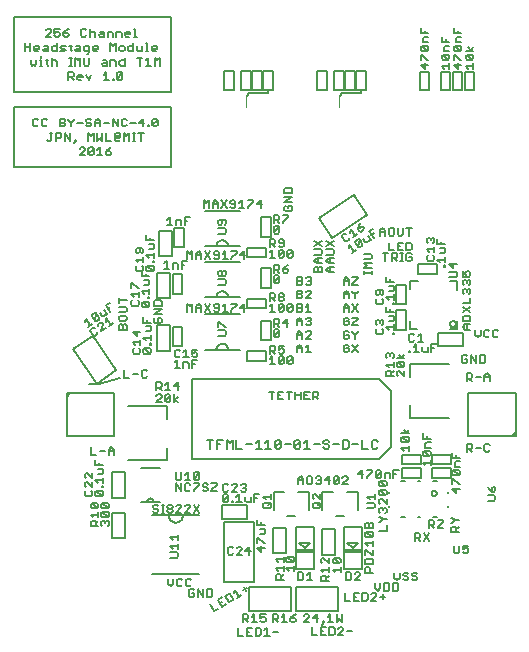
<source format=gto>
G75*
%MOIN*%
%OFA0B0*%
%FSLAX24Y24*%
%IPPOS*%
%LPD*%
%AMOC8*
5,1,8,0,0,1.08239X$1,22.5*
%
%ADD10C,0.0060*%
%ADD11C,0.0000*%
%ADD12C,0.0080*%
%ADD13C,0.0050*%
%ADD14R,0.0600X0.0125*%
D10*
X004200Y007170D02*
X004200Y007300D01*
X004243Y007343D01*
X004330Y007343D01*
X004373Y007300D01*
X004373Y007170D01*
X004373Y007257D02*
X004460Y007343D01*
X004550Y007300D02*
X004593Y007343D01*
X004637Y007343D01*
X004680Y007300D01*
X004723Y007343D01*
X004767Y007343D01*
X004810Y007300D01*
X004810Y007213D01*
X004767Y007170D01*
X004680Y007257D02*
X004680Y007300D01*
X004550Y007300D02*
X004550Y007213D01*
X004593Y007170D01*
X004460Y007170D02*
X004200Y007170D01*
X004287Y007465D02*
X004200Y007551D01*
X004460Y007551D01*
X004460Y007465D02*
X004460Y007638D01*
X004550Y007595D02*
X004593Y007638D01*
X004767Y007465D01*
X004810Y007508D01*
X004810Y007595D01*
X004767Y007638D01*
X004593Y007638D01*
X004550Y007595D02*
X004550Y007508D01*
X004593Y007465D01*
X004767Y007465D01*
X004767Y007759D02*
X004593Y007933D01*
X004767Y007933D01*
X004810Y007889D01*
X004810Y007803D01*
X004767Y007759D01*
X004593Y007759D01*
X004550Y007803D01*
X004550Y007889D01*
X004593Y007933D01*
X004460Y007889D02*
X004460Y007803D01*
X004417Y007759D01*
X004243Y007933D01*
X004417Y007933D01*
X004460Y007889D01*
X004417Y007759D02*
X004243Y007759D01*
X004200Y007803D01*
X004200Y007889D01*
X004243Y007933D01*
X004217Y008170D02*
X004043Y008170D01*
X004000Y008213D01*
X004000Y008300D01*
X004043Y008343D01*
X004043Y008465D02*
X004000Y008508D01*
X004000Y008595D01*
X004043Y008638D01*
X004087Y008638D01*
X004260Y008465D01*
X004260Y008638D01*
X004350Y008699D02*
X004610Y008699D01*
X004610Y008785D02*
X004610Y008612D01*
X004610Y008508D02*
X004567Y008508D01*
X004567Y008465D01*
X004610Y008465D01*
X004610Y008508D01*
X004567Y008343D02*
X004610Y008300D01*
X004610Y008213D01*
X004567Y008170D01*
X004393Y008343D01*
X004567Y008343D01*
X004567Y008170D02*
X004393Y008170D01*
X004350Y008213D01*
X004350Y008300D01*
X004393Y008343D01*
X004260Y008300D02*
X004217Y008343D01*
X004260Y008300D02*
X004260Y008213D01*
X004217Y008170D01*
X004437Y008612D02*
X004350Y008699D01*
X004260Y008759D02*
X004087Y008933D01*
X004043Y008933D01*
X004000Y008889D01*
X004000Y008803D01*
X004043Y008759D01*
X004260Y008759D02*
X004260Y008933D01*
X004437Y008907D02*
X004567Y008907D01*
X004610Y008950D01*
X004610Y009080D01*
X004437Y009080D01*
X004480Y009201D02*
X004480Y009288D01*
X004610Y009201D02*
X004350Y009201D01*
X004350Y009375D01*
X004393Y009530D02*
X004220Y009530D01*
X004220Y009790D01*
X004515Y009660D02*
X004688Y009660D01*
X004809Y009660D02*
X004983Y009660D01*
X004983Y009703D02*
X004983Y009530D01*
X004983Y009703D02*
X004896Y009790D01*
X004809Y009703D01*
X004809Y009530D01*
X005883Y009100D02*
X006497Y009100D01*
X007049Y008970D02*
X007049Y008753D01*
X007092Y008710D01*
X007179Y008710D01*
X007222Y008753D01*
X007222Y008970D01*
X007343Y008883D02*
X007430Y008970D01*
X007430Y008710D01*
X007343Y008710D02*
X007517Y008710D01*
X007473Y008595D02*
X007387Y008595D01*
X007343Y008552D01*
X007343Y008378D01*
X007387Y008335D01*
X007473Y008335D01*
X007517Y008378D01*
X007638Y008378D02*
X007638Y008335D01*
X007638Y008378D02*
X007812Y008552D01*
X007812Y008595D01*
X007638Y008595D01*
X007681Y008710D02*
X007638Y008753D01*
X007812Y008927D01*
X007812Y008753D01*
X007768Y008710D01*
X007681Y008710D01*
X007638Y008753D02*
X007638Y008927D01*
X007681Y008970D01*
X007768Y008970D01*
X007812Y008927D01*
X007976Y008595D02*
X007933Y008552D01*
X007933Y008508D01*
X007976Y008465D01*
X008063Y008465D01*
X008106Y008422D01*
X008106Y008378D01*
X008063Y008335D01*
X007976Y008335D01*
X007933Y008378D01*
X007976Y008595D02*
X008063Y008595D01*
X008106Y008552D01*
X008227Y008595D02*
X008401Y008595D01*
X008401Y008552D01*
X008227Y008378D01*
X008227Y008335D01*
X008401Y008335D01*
X008620Y008363D02*
X008663Y008320D01*
X008750Y008320D01*
X008793Y008363D01*
X008915Y008320D02*
X009088Y008493D01*
X009088Y008537D01*
X009045Y008580D01*
X008958Y008580D01*
X008915Y008537D01*
X008793Y008537D02*
X008750Y008580D01*
X008663Y008580D01*
X008620Y008537D01*
X008620Y008363D01*
X008663Y008230D02*
X008750Y008230D01*
X008793Y008187D01*
X008620Y008013D01*
X008663Y007970D01*
X008750Y007970D01*
X008793Y008013D01*
X008793Y008187D01*
X008663Y008230D02*
X008620Y008187D01*
X008620Y008013D01*
X008915Y008013D02*
X008958Y008013D01*
X008958Y007970D01*
X008915Y007970D01*
X008915Y008013D01*
X009062Y007970D02*
X009235Y007970D01*
X009149Y007970D02*
X009149Y008230D01*
X009062Y008143D01*
X009088Y008320D02*
X008915Y008320D01*
X009209Y008363D02*
X009253Y008320D01*
X009339Y008320D01*
X009383Y008363D01*
X009383Y008407D01*
X009339Y008450D01*
X009296Y008450D01*
X009339Y008450D02*
X009383Y008493D01*
X009383Y008537D01*
X009339Y008580D01*
X009253Y008580D01*
X009209Y008537D01*
X009357Y008143D02*
X009357Y008013D01*
X009400Y007970D01*
X009530Y007970D01*
X009530Y008143D01*
X009651Y008100D02*
X009738Y008100D01*
X009651Y007970D02*
X009651Y008230D01*
X009825Y008230D01*
X009950Y008151D02*
X010210Y008151D01*
X010210Y008065D02*
X010210Y008238D01*
X010037Y008065D02*
X009950Y008151D01*
X009993Y007943D02*
X010167Y007943D01*
X010210Y007900D01*
X010210Y007813D01*
X010167Y007770D01*
X009993Y007770D01*
X009950Y007813D01*
X009950Y007900D01*
X009993Y007943D01*
X010123Y007857D02*
X010210Y007943D01*
X009750Y007377D02*
X009750Y007204D01*
X010010Y007204D01*
X010010Y007083D02*
X009837Y007083D01*
X009880Y007204D02*
X009880Y007291D01*
X010010Y007083D02*
X010010Y006953D01*
X009967Y006909D01*
X009837Y006909D01*
X009793Y006788D02*
X009967Y006615D01*
X010010Y006615D01*
X010010Y006450D02*
X009750Y006450D01*
X009880Y006320D01*
X009880Y006493D01*
X009750Y006615D02*
X009750Y006788D01*
X009793Y006788D01*
X009489Y006480D02*
X009359Y006350D01*
X009533Y006350D01*
X009489Y006220D02*
X009489Y006480D01*
X009238Y006437D02*
X009238Y006393D01*
X009065Y006220D01*
X009238Y006220D01*
X009238Y006437D02*
X009195Y006480D01*
X009108Y006480D01*
X009065Y006437D01*
X008943Y006437D02*
X008900Y006480D01*
X008813Y006480D01*
X008770Y006437D01*
X008770Y006263D01*
X008813Y006220D01*
X008900Y006220D01*
X008943Y006263D01*
X009298Y005151D02*
X009385Y005001D01*
X009267Y005033D02*
X009417Y005120D01*
X009227Y004860D02*
X009076Y004773D01*
X009152Y004816D02*
X009022Y005042D01*
X008990Y004923D01*
X008863Y004900D02*
X008950Y004750D01*
X008934Y004691D01*
X008821Y004626D01*
X008691Y004851D01*
X008804Y004916D01*
X008863Y004900D01*
X008586Y004790D02*
X008436Y004704D01*
X008566Y004478D01*
X008716Y004565D01*
X008576Y004634D02*
X008501Y004591D01*
X008461Y004418D02*
X008311Y004331D01*
X008181Y004556D01*
X008197Y004810D02*
X008241Y004853D01*
X008241Y005027D01*
X008197Y005070D01*
X008067Y005070D01*
X008067Y004810D01*
X008197Y004810D01*
X007946Y004810D02*
X007946Y005070D01*
X007773Y005070D02*
X007773Y004810D01*
X007651Y004853D02*
X007651Y004940D01*
X007565Y004940D01*
X007651Y004853D02*
X007608Y004810D01*
X007521Y004810D01*
X007478Y004853D01*
X007478Y005027D01*
X007521Y005070D01*
X007608Y005070D01*
X007651Y005027D01*
X007773Y005070D02*
X007946Y004810D01*
X007541Y005203D02*
X007497Y005160D01*
X007411Y005160D01*
X007367Y005203D01*
X007367Y005377D01*
X007411Y005420D01*
X007497Y005420D01*
X007541Y005377D01*
X007246Y005377D02*
X007203Y005420D01*
X007116Y005420D01*
X007073Y005377D01*
X007073Y005203D01*
X007116Y005160D01*
X007203Y005160D01*
X007246Y005203D01*
X006951Y005247D02*
X006951Y005420D01*
X006778Y005420D02*
X006778Y005247D01*
X006865Y005160D01*
X006951Y005247D01*
X006253Y005556D02*
X007827Y005556D01*
X007110Y006163D02*
X007110Y006250D01*
X007067Y006293D01*
X006850Y006293D01*
X006937Y006415D02*
X006850Y006501D01*
X007110Y006501D01*
X007110Y006415D02*
X007110Y006588D01*
X007110Y006709D02*
X007110Y006883D01*
X007110Y006796D02*
X006850Y006796D01*
X006937Y006709D01*
X007110Y006163D02*
X007067Y006120D01*
X006850Y006120D01*
X006804Y007524D02*
X006253Y007524D01*
X006313Y007620D02*
X006270Y007663D01*
X006313Y007620D02*
X006400Y007620D01*
X006443Y007663D01*
X006443Y007707D01*
X006400Y007750D01*
X006313Y007750D01*
X006270Y007793D01*
X006270Y007837D01*
X006313Y007880D01*
X006400Y007880D01*
X006443Y007837D01*
X006565Y007880D02*
X006651Y007880D01*
X006608Y007880D02*
X006608Y007620D01*
X006565Y007620D02*
X006651Y007620D01*
X006761Y007663D02*
X006761Y007707D01*
X006804Y007750D01*
X006891Y007750D01*
X006935Y007707D01*
X006935Y007663D01*
X006891Y007620D01*
X006804Y007620D01*
X006761Y007663D01*
X006804Y007750D02*
X006761Y007793D01*
X006761Y007837D01*
X006804Y007880D01*
X006891Y007880D01*
X006935Y007837D01*
X006935Y007793D01*
X006891Y007750D01*
X007056Y007837D02*
X007099Y007880D01*
X007186Y007880D01*
X007229Y007837D01*
X007229Y007793D01*
X007056Y007620D01*
X007229Y007620D01*
X007276Y007524D02*
X006804Y007524D01*
X006806Y007494D01*
X006811Y007465D01*
X006821Y007437D01*
X006833Y007410D01*
X006849Y007385D01*
X006868Y007362D01*
X006890Y007342D01*
X006914Y007325D01*
X006940Y007310D01*
X006967Y007300D01*
X006996Y007292D01*
X007025Y007288D01*
X007055Y007288D01*
X007084Y007292D01*
X007113Y007300D01*
X007140Y007310D01*
X007166Y007325D01*
X007190Y007342D01*
X007212Y007362D01*
X007231Y007385D01*
X007247Y007410D01*
X007259Y007437D01*
X007269Y007465D01*
X007274Y007494D01*
X007276Y007524D01*
X007827Y007524D01*
X007819Y007620D02*
X007645Y007880D01*
X007524Y007837D02*
X007480Y007880D01*
X007394Y007880D01*
X007350Y007837D01*
X007524Y007837D02*
X007524Y007793D01*
X007350Y007620D01*
X007524Y007620D01*
X007645Y007620D02*
X007819Y007880D01*
X007517Y008552D02*
X007473Y008595D01*
X007222Y008595D02*
X007222Y008335D01*
X007049Y008595D01*
X007049Y008335D01*
X006497Y007980D02*
X005883Y007980D01*
X006090Y007990D02*
X006092Y008008D01*
X006097Y008026D01*
X006105Y008043D01*
X006116Y008057D01*
X006130Y008070D01*
X006145Y008080D01*
X006163Y008086D01*
X006181Y008090D01*
X006199Y008090D01*
X006217Y008086D01*
X006235Y008080D01*
X006250Y008070D01*
X006264Y008057D01*
X006275Y008043D01*
X006283Y008026D01*
X006288Y008008D01*
X006290Y007990D01*
X008192Y009745D02*
X008192Y010035D01*
X008288Y010035D02*
X008095Y010035D01*
X008417Y010035D02*
X008417Y009745D01*
X008417Y009890D02*
X008514Y009890D01*
X008417Y010035D02*
X008611Y010035D01*
X008740Y010035D02*
X008740Y009745D01*
X008933Y009745D02*
X008933Y010035D01*
X008836Y009938D01*
X008740Y010035D01*
X009062Y010035D02*
X009062Y009745D01*
X009255Y009745D01*
X009384Y009890D02*
X009578Y009890D01*
X009706Y009938D02*
X009803Y010035D01*
X009803Y009745D01*
X009706Y009745D02*
X009900Y009745D01*
X010029Y009745D02*
X010222Y009745D01*
X010125Y009745D02*
X010125Y010035D01*
X010029Y009938D01*
X010351Y009987D02*
X010351Y009793D01*
X010544Y009987D01*
X010544Y009793D01*
X010496Y009745D01*
X010399Y009745D01*
X010351Y009793D01*
X010351Y009987D02*
X010399Y010035D01*
X010496Y010035D01*
X010544Y009987D01*
X010673Y009890D02*
X010867Y009890D01*
X010995Y009793D02*
X010995Y009987D01*
X011044Y010035D01*
X011141Y010035D01*
X011189Y009987D01*
X010995Y009793D01*
X011044Y009745D01*
X011141Y009745D01*
X011189Y009793D01*
X011189Y009987D01*
X011318Y009938D02*
X011414Y010035D01*
X011414Y009745D01*
X011318Y009745D02*
X011511Y009745D01*
X011640Y009890D02*
X011834Y009890D01*
X011962Y009938D02*
X012011Y009890D01*
X012107Y009890D01*
X012156Y009842D01*
X012156Y009793D01*
X012107Y009745D01*
X012011Y009745D01*
X011962Y009793D01*
X011962Y009938D02*
X011962Y009987D01*
X012011Y010035D01*
X012107Y010035D01*
X012156Y009987D01*
X012285Y009890D02*
X012478Y009890D01*
X012607Y009745D02*
X012752Y009745D01*
X012800Y009793D01*
X012800Y009987D01*
X012752Y010035D01*
X012607Y010035D01*
X012607Y009745D01*
X012929Y009890D02*
X013123Y009890D01*
X013251Y009745D02*
X013445Y009745D01*
X013574Y009793D02*
X013574Y009987D01*
X013622Y010035D01*
X013719Y010035D01*
X013767Y009987D01*
X013767Y009793D02*
X013719Y009745D01*
X013622Y009745D01*
X013574Y009793D01*
X013251Y009745D02*
X013251Y010035D01*
X013247Y009030D02*
X013117Y008900D01*
X013290Y008900D01*
X013247Y008770D02*
X013247Y009030D01*
X013411Y009030D02*
X013585Y009030D01*
X013585Y008987D01*
X013411Y008813D01*
X013411Y008770D01*
X013706Y008813D02*
X013706Y008987D01*
X013749Y009030D01*
X013836Y009030D01*
X013880Y008987D01*
X013706Y008813D01*
X013749Y008770D01*
X013836Y008770D01*
X013880Y008813D01*
X013880Y008987D01*
X014001Y008943D02*
X014001Y008770D01*
X014027Y008667D02*
X014070Y008623D01*
X014070Y008537D01*
X014027Y008493D01*
X013853Y008667D01*
X014027Y008667D01*
X014027Y008493D02*
X013853Y008493D01*
X013810Y008537D01*
X013810Y008623D01*
X013853Y008667D01*
X013853Y008372D02*
X014027Y008199D01*
X014070Y008242D01*
X014070Y008329D01*
X014027Y008372D01*
X013853Y008372D01*
X013810Y008329D01*
X013810Y008242D01*
X013853Y008199D01*
X014027Y008199D01*
X014070Y008077D02*
X014070Y007904D01*
X013897Y008077D01*
X013853Y008077D01*
X013810Y008034D01*
X013810Y007947D01*
X013853Y007904D01*
X013853Y007783D02*
X013897Y007783D01*
X013940Y007739D01*
X013983Y007783D01*
X014027Y007783D01*
X014070Y007739D01*
X014070Y007653D01*
X014027Y007609D01*
X013940Y007696D02*
X013940Y007739D01*
X013853Y007783D02*
X013810Y007739D01*
X013810Y007653D01*
X013853Y007609D01*
X013853Y007488D02*
X013810Y007488D01*
X013853Y007488D02*
X013940Y007401D01*
X014070Y007401D01*
X013940Y007401D02*
X013853Y007315D01*
X013810Y007315D01*
X013610Y007223D02*
X013610Y007093D01*
X013350Y007093D01*
X013350Y007223D01*
X013393Y007267D01*
X013437Y007267D01*
X013480Y007223D01*
X013480Y007093D01*
X013480Y007223D02*
X013523Y007267D01*
X013567Y007267D01*
X013610Y007223D01*
X013567Y006972D02*
X013610Y006929D01*
X013610Y006842D01*
X013567Y006799D01*
X013393Y006972D01*
X013567Y006972D01*
X013567Y006799D02*
X013393Y006799D01*
X013350Y006842D01*
X013350Y006929D01*
X013393Y006972D01*
X013610Y006677D02*
X013610Y006504D01*
X013610Y006591D02*
X013350Y006591D01*
X013437Y006504D01*
X013393Y006383D02*
X013567Y006209D01*
X013610Y006209D01*
X013610Y006383D01*
X013393Y006383D02*
X013350Y006383D01*
X013350Y006209D01*
X013393Y006088D02*
X013350Y006045D01*
X013350Y005915D01*
X013610Y005915D01*
X013610Y006045D01*
X013567Y006088D01*
X013393Y006088D01*
X013393Y005793D02*
X013480Y005793D01*
X013523Y005750D01*
X013523Y005620D01*
X013610Y005620D02*
X013350Y005620D01*
X013350Y005750D01*
X013393Y005793D01*
X013188Y005587D02*
X013145Y005630D01*
X013058Y005630D01*
X013015Y005587D01*
X012893Y005587D02*
X012850Y005630D01*
X012720Y005630D01*
X012720Y005370D01*
X012850Y005370D01*
X012893Y005413D01*
X012893Y005587D01*
X013015Y005370D02*
X013188Y005543D01*
X013188Y005587D01*
X013188Y005370D02*
X013015Y005370D01*
X012965Y004940D02*
X012965Y004680D01*
X013138Y004680D01*
X013259Y004680D02*
X013389Y004680D01*
X013433Y004723D01*
X013433Y004897D01*
X013389Y004940D01*
X013259Y004940D01*
X013259Y004680D01*
X013051Y004810D02*
X012965Y004810D01*
X012965Y004940D02*
X013138Y004940D01*
X012843Y004680D02*
X012670Y004680D01*
X012670Y004940D01*
X012130Y005336D02*
X011870Y005336D01*
X011870Y005466D01*
X011913Y005510D01*
X012000Y005510D01*
X012043Y005466D01*
X012043Y005336D01*
X012043Y005423D02*
X012130Y005510D01*
X012130Y005631D02*
X012130Y005804D01*
X012130Y005717D02*
X011870Y005717D01*
X011957Y005631D01*
X011913Y005925D02*
X011870Y005969D01*
X011870Y006055D01*
X011913Y006099D01*
X011957Y006099D01*
X012130Y005925D01*
X012130Y006099D01*
X012270Y006055D02*
X012313Y006099D01*
X012487Y005925D01*
X012530Y005969D01*
X012530Y006055D01*
X012487Y006099D01*
X012313Y006099D01*
X012270Y006055D02*
X012270Y005969D01*
X012313Y005925D01*
X012487Y005925D01*
X012530Y005804D02*
X012530Y005631D01*
X012530Y005717D02*
X012270Y005717D01*
X012357Y005631D01*
X011588Y005370D02*
X011415Y005370D01*
X011501Y005370D02*
X011501Y005630D01*
X011415Y005543D01*
X011293Y005587D02*
X011250Y005630D01*
X011120Y005630D01*
X011120Y005370D01*
X011250Y005370D01*
X011293Y005413D01*
X011293Y005587D01*
X010980Y005681D02*
X010980Y005854D01*
X010980Y005767D02*
X010720Y005767D01*
X010807Y005681D01*
X010630Y005681D02*
X010630Y005854D01*
X010630Y005767D02*
X010370Y005767D01*
X010457Y005681D01*
X010413Y005560D02*
X010500Y005560D01*
X010543Y005516D01*
X010543Y005386D01*
X010543Y005473D02*
X010630Y005560D01*
X010630Y005386D02*
X010370Y005386D01*
X010370Y005516D01*
X010413Y005560D01*
X010457Y005975D02*
X010370Y006062D01*
X010630Y006062D01*
X010630Y005975D02*
X010630Y006149D01*
X010720Y006105D02*
X010763Y006149D01*
X010937Y005975D01*
X010980Y006019D01*
X010980Y006105D01*
X010937Y006149D01*
X010763Y006149D01*
X010720Y006105D02*
X010720Y006019D01*
X010763Y005975D01*
X010937Y005975D01*
X011033Y004230D02*
X010946Y004187D01*
X010859Y004100D01*
X010989Y004100D01*
X011033Y004057D01*
X011033Y004013D01*
X010989Y003970D01*
X010903Y003970D01*
X010859Y004013D01*
X010859Y004100D01*
X010738Y003970D02*
X010565Y003970D01*
X010651Y003970D02*
X010651Y004230D01*
X010565Y004143D01*
X010443Y004100D02*
X010400Y004057D01*
X010270Y004057D01*
X010357Y004057D02*
X010443Y003970D01*
X010443Y004100D02*
X010443Y004187D01*
X010400Y004230D01*
X010270Y004230D01*
X010270Y003970D01*
X010033Y004013D02*
X010033Y004100D01*
X009989Y004143D01*
X009946Y004143D01*
X009859Y004100D01*
X009859Y004230D01*
X010033Y004230D01*
X010033Y004013D02*
X009989Y003970D01*
X009903Y003970D01*
X009859Y004013D01*
X009738Y003970D02*
X009565Y003970D01*
X009651Y003970D02*
X009651Y004230D01*
X009565Y004143D01*
X009443Y004100D02*
X009400Y004057D01*
X009270Y004057D01*
X009357Y004057D02*
X009443Y003970D01*
X009443Y004100D02*
X009443Y004187D01*
X009400Y004230D01*
X009270Y004230D01*
X009270Y003970D01*
X009405Y003780D02*
X009405Y003520D01*
X009578Y003520D01*
X009699Y003520D02*
X009699Y003780D01*
X009829Y003780D01*
X009873Y003737D01*
X009873Y003563D01*
X009829Y003520D01*
X009699Y003520D01*
X009491Y003650D02*
X009405Y003650D01*
X009405Y003780D02*
X009578Y003780D01*
X009283Y003520D02*
X009110Y003520D01*
X009110Y003780D01*
X009994Y003693D02*
X010081Y003780D01*
X010081Y003520D01*
X010167Y003520D02*
X009994Y003520D01*
X010289Y003650D02*
X010462Y003650D01*
X011320Y003970D02*
X011493Y004143D01*
X011493Y004187D01*
X011450Y004230D01*
X011363Y004230D01*
X011320Y004187D01*
X011320Y003970D02*
X011493Y003970D01*
X011615Y004100D02*
X011788Y004100D01*
X011745Y003970D02*
X011745Y004230D01*
X011615Y004100D01*
X011570Y003790D02*
X011570Y003530D01*
X011743Y003530D01*
X011865Y003530D02*
X011865Y003790D01*
X012038Y003790D01*
X012159Y003790D02*
X012289Y003790D01*
X012333Y003747D01*
X012333Y003573D01*
X012289Y003530D01*
X012159Y003530D01*
X012159Y003790D01*
X012192Y003970D02*
X012192Y004230D01*
X012106Y004143D01*
X011996Y004013D02*
X011953Y004013D01*
X011953Y003970D01*
X011996Y003970D01*
X011996Y004013D01*
X011996Y003970D02*
X011909Y003883D01*
X012106Y003970D02*
X012279Y003970D01*
X012400Y003970D02*
X012487Y004057D01*
X012574Y003970D01*
X012574Y004230D01*
X012400Y004230D02*
X012400Y003970D01*
X012497Y003790D02*
X012454Y003747D01*
X012497Y003790D02*
X012584Y003790D01*
X012627Y003747D01*
X012627Y003703D01*
X012454Y003530D01*
X012627Y003530D01*
X012749Y003660D02*
X012922Y003660D01*
X012038Y003530D02*
X011865Y003530D01*
X011865Y003660D02*
X011951Y003660D01*
X013554Y004680D02*
X013727Y004853D01*
X013727Y004897D01*
X013684Y004940D01*
X013597Y004940D01*
X013554Y004897D01*
X013554Y004680D02*
X013727Y004680D01*
X013849Y004810D02*
X014022Y004810D01*
X013935Y004897D02*
X013935Y004723D01*
X013973Y005010D02*
X014103Y005010D01*
X014146Y005053D01*
X014146Y005227D01*
X014103Y005270D01*
X013973Y005270D01*
X013973Y005010D01*
X013851Y005097D02*
X013851Y005270D01*
X013678Y005270D02*
X013678Y005097D01*
X013765Y005010D01*
X013851Y005097D01*
X014267Y005010D02*
X014397Y005010D01*
X014441Y005053D01*
X014441Y005227D01*
X014397Y005270D01*
X014267Y005270D01*
X014267Y005010D01*
X014415Y005360D02*
X014328Y005447D01*
X014328Y005620D01*
X014501Y005620D02*
X014501Y005447D01*
X014415Y005360D01*
X014623Y005403D02*
X014666Y005360D01*
X014753Y005360D01*
X014796Y005403D01*
X014796Y005447D01*
X014753Y005490D01*
X014666Y005490D01*
X014623Y005533D01*
X014623Y005577D01*
X014666Y005620D01*
X014753Y005620D01*
X014796Y005577D01*
X014917Y005577D02*
X014917Y005533D01*
X014961Y005490D01*
X015047Y005490D01*
X015091Y005447D01*
X015091Y005403D01*
X015047Y005360D01*
X014961Y005360D01*
X014917Y005403D01*
X014917Y005577D02*
X014961Y005620D01*
X015047Y005620D01*
X015091Y005577D01*
X015020Y006670D02*
X015020Y006930D01*
X015150Y006930D01*
X015193Y006887D01*
X015193Y006800D01*
X015150Y006757D01*
X015020Y006757D01*
X015107Y006757D02*
X015193Y006670D01*
X015315Y006670D02*
X015488Y006930D01*
X015315Y006930D02*
X015488Y006670D01*
X015470Y007105D02*
X015470Y007365D01*
X015600Y007365D01*
X015643Y007322D01*
X015643Y007235D01*
X015600Y007192D01*
X015470Y007192D01*
X015557Y007192D02*
X015643Y007105D01*
X015765Y007105D02*
X015938Y007105D01*
X015765Y007105D02*
X015765Y007148D01*
X015938Y007322D01*
X015938Y007365D01*
X015765Y007365D01*
X016205Y007449D02*
X016248Y007449D01*
X016335Y007362D01*
X016465Y007362D01*
X016335Y007362D02*
X016248Y007275D01*
X016205Y007275D01*
X016248Y007154D02*
X016335Y007154D01*
X016378Y007111D01*
X016378Y006981D01*
X016378Y007067D02*
X016465Y007154D01*
X016465Y006981D02*
X016205Y006981D01*
X016205Y007111D01*
X016248Y007154D01*
X016320Y006520D02*
X016320Y006303D01*
X016363Y006260D01*
X016450Y006260D01*
X016493Y006303D01*
X016493Y006520D01*
X016615Y006520D02*
X016615Y006390D01*
X016701Y006433D01*
X016745Y006433D01*
X016788Y006390D01*
X016788Y006303D01*
X016745Y006260D01*
X016658Y006260D01*
X016615Y006303D01*
X016615Y006520D02*
X016788Y006520D01*
X017435Y008020D02*
X017652Y008020D01*
X017695Y008063D01*
X017695Y008150D01*
X017652Y008193D01*
X017435Y008193D01*
X017565Y008315D02*
X017565Y008445D01*
X017608Y008488D01*
X017652Y008488D01*
X017695Y008445D01*
X017695Y008358D01*
X017652Y008315D01*
X017565Y008315D01*
X017478Y008401D01*
X017435Y008488D01*
X016510Y008561D02*
X016467Y008561D01*
X016293Y008735D01*
X016250Y008735D01*
X016250Y008561D01*
X016250Y008397D02*
X016380Y008267D01*
X016380Y008440D01*
X016510Y008397D02*
X016250Y008397D01*
X016293Y008856D02*
X016250Y008899D01*
X016250Y008986D01*
X016293Y009030D01*
X016467Y008856D01*
X016510Y008899D01*
X016510Y008986D01*
X016467Y009030D01*
X016293Y009030D01*
X016337Y009151D02*
X016337Y009281D01*
X016380Y009324D01*
X016510Y009324D01*
X016510Y009445D02*
X016250Y009445D01*
X016250Y009619D01*
X016380Y009532D02*
X016380Y009445D01*
X016337Y009151D02*
X016510Y009151D01*
X016467Y008856D02*
X016293Y008856D01*
X015530Y009200D02*
X015530Y009373D01*
X015530Y009287D02*
X015270Y009287D01*
X015357Y009200D01*
X015313Y009495D02*
X015270Y009538D01*
X015270Y009625D01*
X015313Y009668D01*
X015487Y009495D01*
X015530Y009538D01*
X015530Y009625D01*
X015487Y009668D01*
X015313Y009668D01*
X015357Y009789D02*
X015357Y009919D01*
X015400Y009963D01*
X015530Y009963D01*
X015530Y010084D02*
X015270Y010084D01*
X015270Y010257D01*
X015400Y010171D02*
X015400Y010084D01*
X015357Y009789D02*
X015530Y009789D01*
X015487Y009495D02*
X015313Y009495D01*
X014810Y009670D02*
X014810Y009843D01*
X014810Y009757D02*
X014550Y009757D01*
X014637Y009670D01*
X014593Y009965D02*
X014550Y010008D01*
X014550Y010095D01*
X014593Y010138D01*
X014767Y009965D01*
X014810Y010008D01*
X014810Y010095D01*
X014767Y010138D01*
X014593Y010138D01*
X014550Y010259D02*
X014810Y010259D01*
X014723Y010259D02*
X014637Y010389D01*
X014723Y010259D02*
X014810Y010389D01*
X014767Y009965D02*
X014593Y009965D01*
X014469Y009030D02*
X014295Y009030D01*
X014295Y008770D01*
X014174Y008770D02*
X014174Y008900D01*
X014131Y008943D01*
X014001Y008943D01*
X014295Y008900D02*
X014382Y008900D01*
X013670Y008238D02*
X013670Y008065D01*
X013670Y008151D02*
X013410Y008151D01*
X013497Y008065D01*
X013410Y007943D02*
X013627Y007943D01*
X013670Y007900D01*
X013670Y007813D01*
X013627Y007770D01*
X013410Y007770D01*
X013810Y007020D02*
X014070Y007020D01*
X014070Y007193D01*
X012767Y008570D02*
X012593Y008570D01*
X012767Y008743D01*
X012767Y008787D01*
X012723Y008830D01*
X012637Y008830D01*
X012593Y008787D01*
X012472Y008787D02*
X012299Y008613D01*
X012342Y008570D01*
X012429Y008570D01*
X012472Y008613D01*
X012472Y008787D01*
X012429Y008830D01*
X012342Y008830D01*
X012299Y008787D01*
X012299Y008613D01*
X012177Y008700D02*
X012004Y008700D01*
X012134Y008830D01*
X012134Y008570D01*
X011883Y008613D02*
X011839Y008570D01*
X011753Y008570D01*
X011709Y008613D01*
X011588Y008613D02*
X011588Y008787D01*
X011545Y008830D01*
X011458Y008830D01*
X011415Y008787D01*
X011415Y008613D01*
X011458Y008570D01*
X011545Y008570D01*
X011588Y008613D01*
X011709Y008787D02*
X011753Y008830D01*
X011839Y008830D01*
X011883Y008787D01*
X011883Y008743D01*
X011839Y008700D01*
X011883Y008657D01*
X011883Y008613D01*
X011839Y008700D02*
X011796Y008700D01*
X011860Y008238D02*
X011860Y008065D01*
X011687Y008238D01*
X011643Y008238D01*
X011600Y008195D01*
X011600Y008108D01*
X011643Y008065D01*
X011643Y007943D02*
X011817Y007943D01*
X011860Y007900D01*
X011860Y007813D01*
X011817Y007770D01*
X011643Y007770D01*
X011600Y007813D01*
X011600Y007900D01*
X011643Y007943D01*
X011773Y007857D02*
X011860Y007943D01*
X011293Y008570D02*
X011293Y008743D01*
X011207Y008830D01*
X011120Y008743D01*
X011120Y008570D01*
X011120Y008700D02*
X011293Y008700D01*
X011324Y011395D02*
X011497Y011395D01*
X011618Y011395D02*
X011618Y011655D01*
X011748Y011655D01*
X011792Y011612D01*
X011792Y011525D01*
X011748Y011482D01*
X011618Y011482D01*
X011705Y011482D02*
X011792Y011395D01*
X011497Y011655D02*
X011324Y011655D01*
X011324Y011395D01*
X011202Y011395D02*
X011202Y011655D01*
X011202Y011525D02*
X011029Y011525D01*
X011029Y011395D02*
X011029Y011655D01*
X010908Y011655D02*
X010734Y011655D01*
X010821Y011655D02*
X010821Y011395D01*
X010613Y011395D02*
X010440Y011395D01*
X010440Y011655D01*
X010613Y011655D01*
X010526Y011525D02*
X010440Y011525D01*
X010318Y011655D02*
X010145Y011655D01*
X010232Y011655D02*
X010232Y011395D01*
X010257Y012570D02*
X010257Y012830D01*
X010170Y012743D01*
X010170Y012570D02*
X010343Y012570D01*
X010465Y012613D02*
X010638Y012787D01*
X010638Y012613D01*
X010595Y012570D01*
X010508Y012570D01*
X010465Y012613D01*
X010465Y012787D01*
X010508Y012830D01*
X010595Y012830D01*
X010638Y012787D01*
X010759Y012787D02*
X010803Y012830D01*
X010889Y012830D01*
X010933Y012787D01*
X010759Y012613D01*
X010803Y012570D01*
X010889Y012570D01*
X010933Y012613D01*
X010933Y012787D01*
X010759Y012787D02*
X010759Y012613D01*
X010595Y012920D02*
X010508Y012920D01*
X010465Y012963D01*
X010465Y013050D02*
X010551Y013093D01*
X010595Y013093D01*
X010638Y013050D01*
X010638Y012963D01*
X010595Y012920D01*
X010465Y013050D02*
X010465Y013180D01*
X010638Y013180D01*
X010343Y013137D02*
X010343Y013050D01*
X010300Y013007D01*
X010170Y013007D01*
X010257Y013007D02*
X010343Y012920D01*
X010170Y012920D02*
X010170Y013180D01*
X010300Y013180D01*
X010343Y013137D01*
X010363Y013470D02*
X010320Y013513D01*
X010493Y013687D01*
X010493Y013513D01*
X010450Y013470D01*
X010363Y013470D01*
X010320Y013513D02*
X010320Y013687D01*
X010363Y013730D01*
X010450Y013730D01*
X010493Y013687D01*
X010493Y013820D02*
X010407Y013907D01*
X010450Y013907D02*
X010320Y013907D01*
X010320Y013820D02*
X010320Y014080D01*
X010450Y014080D01*
X010493Y014037D01*
X010493Y013950D01*
X010450Y013907D01*
X010615Y013950D02*
X010788Y013950D01*
X010745Y013820D02*
X010745Y014080D01*
X010615Y013950D01*
X010595Y014320D02*
X010508Y014320D01*
X010465Y014363D01*
X010638Y014537D01*
X010638Y014363D01*
X010595Y014320D01*
X010465Y014363D02*
X010465Y014537D01*
X010508Y014580D01*
X010595Y014580D01*
X010638Y014537D01*
X010759Y014537D02*
X010759Y014363D01*
X010933Y014537D01*
X010933Y014363D01*
X010889Y014320D01*
X010803Y014320D01*
X010759Y014363D01*
X010759Y014537D02*
X010803Y014580D01*
X010889Y014580D01*
X010933Y014537D01*
X011075Y014570D02*
X011205Y014570D01*
X011249Y014527D01*
X011249Y014483D01*
X011205Y014440D01*
X011075Y014440D01*
X011075Y014310D02*
X011205Y014310D01*
X011249Y014353D01*
X011249Y014397D01*
X011205Y014440D01*
X011370Y014483D02*
X011457Y014570D01*
X011457Y014310D01*
X011543Y014310D02*
X011370Y014310D01*
X011413Y014120D02*
X011500Y014120D01*
X011543Y014077D01*
X011543Y014033D01*
X011500Y013990D01*
X011543Y013947D01*
X011543Y013903D01*
X011500Y013860D01*
X011413Y013860D01*
X011370Y013903D01*
X011457Y013990D02*
X011500Y013990D01*
X011370Y014077D02*
X011413Y014120D01*
X011249Y014033D02*
X011249Y013860D01*
X011249Y013990D02*
X011075Y013990D01*
X011075Y014033D02*
X011162Y014120D01*
X011249Y014033D01*
X011075Y014033D02*
X011075Y013860D01*
X011162Y013670D02*
X011075Y013583D01*
X011075Y013410D01*
X011075Y013540D02*
X011249Y013540D01*
X011249Y013583D02*
X011249Y013410D01*
X011370Y013410D02*
X011543Y013583D01*
X011543Y013627D01*
X011500Y013670D01*
X011413Y013670D01*
X011370Y013627D01*
X011249Y013583D02*
X011162Y013670D01*
X011370Y013410D02*
X011543Y013410D01*
X011457Y013220D02*
X011457Y012960D01*
X011543Y012960D02*
X011370Y012960D01*
X011249Y012960D02*
X011249Y013133D01*
X011162Y013220D01*
X011075Y013133D01*
X011075Y012960D01*
X011075Y013090D02*
X011249Y013090D01*
X011370Y013133D02*
X011457Y013220D01*
X011075Y014310D02*
X011075Y014570D01*
X011075Y014760D02*
X011205Y014760D01*
X011249Y014803D01*
X011249Y014847D01*
X011205Y014890D01*
X011075Y014890D01*
X011075Y014760D02*
X011075Y015020D01*
X011205Y015020D01*
X011249Y014977D01*
X011249Y014933D01*
X011205Y014890D01*
X011370Y014977D02*
X011413Y015020D01*
X011500Y015020D01*
X011543Y014977D01*
X011543Y014933D01*
X011370Y014760D01*
X011543Y014760D01*
X011500Y015210D02*
X011413Y015210D01*
X011370Y015253D01*
X011249Y015253D02*
X011249Y015297D01*
X011205Y015340D01*
X011075Y015340D01*
X011075Y015210D02*
X011075Y015470D01*
X011205Y015470D01*
X011249Y015427D01*
X011249Y015383D01*
X011205Y015340D01*
X011249Y015253D02*
X011205Y015210D01*
X011075Y015210D01*
X011370Y015427D02*
X011413Y015470D01*
X011500Y015470D01*
X011543Y015427D01*
X011543Y015383D01*
X011500Y015340D01*
X011543Y015297D01*
X011543Y015253D01*
X011500Y015210D01*
X011500Y015340D02*
X011457Y015340D01*
X011660Y015631D02*
X011660Y015761D01*
X011703Y015804D01*
X011747Y015804D01*
X011790Y015761D01*
X011790Y015631D01*
X011790Y015761D02*
X011833Y015804D01*
X011877Y015804D01*
X011920Y015761D01*
X011920Y015631D01*
X011660Y015631D01*
X011747Y015925D02*
X011660Y016012D01*
X011747Y016099D01*
X011920Y016099D01*
X011877Y016220D02*
X011920Y016263D01*
X011920Y016350D01*
X011877Y016393D01*
X011660Y016393D01*
X011660Y016515D02*
X011920Y016688D01*
X012060Y016688D02*
X012320Y016515D01*
X012277Y016393D02*
X012060Y016393D01*
X012060Y016515D02*
X012320Y016688D01*
X012577Y016811D02*
X012589Y016872D01*
X012660Y016920D01*
X012721Y016908D01*
X012845Y016940D02*
X012869Y017061D01*
X013014Y016845D01*
X013086Y016893D02*
X012942Y016796D01*
X012818Y016765D02*
X012806Y016704D01*
X012734Y016656D01*
X012674Y016668D01*
X012577Y016811D01*
X012824Y016546D02*
X012970Y016330D01*
X012898Y016282D02*
X013042Y016379D01*
X013118Y016482D02*
X013021Y016626D01*
X013033Y016686D01*
X013105Y016735D01*
X013165Y016723D01*
X013118Y016482D01*
X013178Y016471D01*
X013250Y016519D01*
X013262Y016579D01*
X013165Y016723D01*
X013290Y016755D02*
X013362Y016647D01*
X013423Y016635D01*
X013530Y016708D01*
X013433Y016852D01*
X013558Y016884D02*
X013630Y016932D01*
X013631Y016776D02*
X013485Y016992D01*
X013629Y017089D01*
X013841Y017023D02*
X013841Y016850D01*
X013841Y016980D02*
X014015Y016980D01*
X014015Y017023D02*
X014015Y016850D01*
X014136Y016893D02*
X014179Y016850D01*
X014266Y016850D01*
X014310Y016893D01*
X014310Y017067D01*
X014266Y017110D01*
X014179Y017110D01*
X014136Y017067D01*
X014136Y016893D01*
X014015Y017023D02*
X013928Y017110D01*
X013841Y017023D01*
X014136Y016620D02*
X014136Y016360D01*
X014310Y016360D01*
X014364Y016270D02*
X014408Y016227D01*
X014408Y016140D01*
X014364Y016097D01*
X014234Y016097D01*
X014321Y016097D02*
X014408Y016010D01*
X014529Y016010D02*
X014616Y016010D01*
X014572Y016010D02*
X014572Y016270D01*
X014529Y016270D02*
X014616Y016270D01*
X014604Y016360D02*
X014431Y016360D01*
X014431Y016620D01*
X014604Y016620D01*
X014725Y016620D02*
X014855Y016620D01*
X014899Y016577D01*
X014899Y016403D01*
X014855Y016360D01*
X014725Y016360D01*
X014725Y016620D01*
X014517Y016490D02*
X014431Y016490D01*
X014364Y016270D02*
X014234Y016270D01*
X014234Y016010D01*
X014026Y016010D02*
X014026Y016270D01*
X013940Y016270D02*
X014113Y016270D01*
X013570Y016198D02*
X013527Y016242D01*
X013310Y016242D01*
X013310Y016068D02*
X013527Y016068D01*
X013570Y016112D01*
X013570Y016198D01*
X013570Y015947D02*
X013310Y015947D01*
X013397Y015860D01*
X013310Y015774D01*
X013570Y015774D01*
X013570Y015664D02*
X013570Y015577D01*
X013570Y015621D02*
X013310Y015621D01*
X013310Y015664D02*
X013310Y015577D01*
X013099Y015470D02*
X013099Y015427D01*
X012925Y015253D01*
X012925Y015210D01*
X013099Y015210D01*
X013099Y015020D02*
X013099Y014977D01*
X013012Y014890D01*
X013012Y014760D01*
X013012Y014890D02*
X012925Y014977D01*
X012925Y015020D01*
X012804Y014933D02*
X012804Y014760D01*
X012804Y014890D02*
X012631Y014890D01*
X012631Y014933D02*
X012717Y015020D01*
X012804Y014933D01*
X012631Y014933D02*
X012631Y014760D01*
X012717Y014570D02*
X012631Y014483D01*
X012631Y014310D01*
X012631Y014440D02*
X012804Y014440D01*
X012804Y014483D02*
X012804Y014310D01*
X012925Y014310D02*
X013099Y014570D01*
X012925Y014570D02*
X013099Y014310D01*
X013099Y014120D02*
X012925Y014120D01*
X012804Y014077D02*
X012761Y014120D01*
X012674Y014120D01*
X012631Y014077D01*
X012631Y013903D01*
X012674Y013860D01*
X012761Y013860D01*
X012804Y013903D01*
X012804Y013990D01*
X012717Y013990D01*
X012925Y013903D02*
X012925Y013860D01*
X013099Y013860D01*
X012925Y013903D02*
X013099Y014077D01*
X013099Y014120D01*
X013099Y013670D02*
X013099Y013627D01*
X013012Y013540D01*
X013012Y013410D01*
X013012Y013540D02*
X012925Y013627D01*
X012925Y013670D01*
X012804Y013627D02*
X012761Y013670D01*
X012674Y013670D01*
X012631Y013627D01*
X012631Y013453D01*
X012674Y013410D01*
X012761Y013410D01*
X012804Y013453D01*
X012804Y013540D01*
X012717Y013540D01*
X012674Y013220D02*
X012631Y013177D01*
X012631Y013003D01*
X012674Y012960D01*
X012761Y012960D01*
X012804Y013003D01*
X012804Y013090D01*
X012717Y013090D01*
X012804Y013177D02*
X012761Y013220D01*
X012674Y013220D01*
X012925Y013220D02*
X013099Y012960D01*
X012925Y012960D02*
X013099Y013220D01*
X013700Y013613D02*
X013700Y013700D01*
X013743Y013743D01*
X013743Y013865D02*
X013700Y013908D01*
X013700Y013995D01*
X013743Y014038D01*
X013787Y014038D01*
X013830Y013995D01*
X013873Y014038D01*
X013917Y014038D01*
X013960Y013995D01*
X013960Y013908D01*
X013917Y013865D01*
X013917Y013743D02*
X013960Y013700D01*
X013960Y013613D01*
X013917Y013570D01*
X013743Y013570D01*
X013700Y013613D01*
X013830Y013951D02*
X013830Y013995D01*
X014050Y013804D02*
X014310Y013804D01*
X014310Y013717D02*
X014310Y013891D01*
X014267Y014012D02*
X014137Y014012D01*
X014267Y014012D02*
X014310Y014055D01*
X014310Y014185D01*
X014137Y014185D01*
X014180Y014307D02*
X014180Y014393D01*
X014310Y014307D02*
X014050Y014307D01*
X014050Y014480D01*
X013960Y014613D02*
X013960Y014700D01*
X013917Y014743D01*
X013917Y014865D02*
X013960Y014908D01*
X013960Y014995D01*
X013917Y015038D01*
X013743Y015038D01*
X013700Y014995D01*
X013700Y014908D01*
X013743Y014865D01*
X013787Y014865D01*
X013830Y014908D01*
X013830Y015038D01*
X013743Y014743D02*
X013700Y014700D01*
X013700Y014613D01*
X013743Y014570D01*
X013917Y014570D01*
X013960Y014613D01*
X014137Y014717D02*
X014050Y014804D01*
X014310Y014804D01*
X014310Y014717D02*
X014310Y014891D01*
X014267Y015012D02*
X014137Y015012D01*
X014267Y015012D02*
X014310Y015055D01*
X014310Y015185D01*
X014137Y015185D01*
X014180Y015307D02*
X014180Y015393D01*
X014310Y015307D02*
X014050Y015307D01*
X014050Y015480D01*
X014725Y016053D02*
X014725Y016227D01*
X014769Y016270D01*
X014855Y016270D01*
X014899Y016227D01*
X014899Y016140D02*
X014812Y016140D01*
X014899Y016140D02*
X014899Y016053D01*
X014855Y016010D01*
X014769Y016010D01*
X014725Y016053D01*
X014853Y015327D02*
X015126Y015327D01*
X014853Y015327D02*
X014853Y015074D01*
X014310Y014613D02*
X014310Y014570D01*
X014267Y014570D01*
X014267Y014613D01*
X014310Y014613D01*
X014853Y014016D02*
X014853Y013753D01*
X015096Y013753D01*
X015201Y013580D02*
X015201Y013320D01*
X015115Y013320D02*
X015288Y013320D01*
X015262Y013143D02*
X015262Y013013D01*
X015305Y012970D01*
X015435Y012970D01*
X015435Y013143D01*
X015557Y013100D02*
X015643Y013100D01*
X015557Y012970D02*
X015557Y013230D01*
X015730Y013230D01*
X016164Y013753D02*
X016427Y013753D01*
X016427Y014006D01*
X016600Y014015D02*
X016600Y014145D01*
X016643Y014188D01*
X016817Y014188D01*
X016860Y014145D01*
X016860Y014015D01*
X016600Y014015D01*
X016687Y013893D02*
X016860Y013893D01*
X016730Y013893D02*
X016730Y013720D01*
X016687Y013720D02*
X016600Y013807D01*
X016687Y013893D01*
X016687Y013720D02*
X016860Y013720D01*
X017028Y013720D02*
X017028Y013547D01*
X017115Y013460D01*
X017201Y013547D01*
X017201Y013720D01*
X017323Y013677D02*
X017323Y013503D01*
X017366Y013460D01*
X017453Y013460D01*
X017496Y013503D01*
X017617Y013503D02*
X017661Y013460D01*
X017747Y013460D01*
X017791Y013503D01*
X017617Y013503D02*
X017617Y013677D01*
X017661Y013720D01*
X017747Y013720D01*
X017791Y013677D01*
X017496Y013677D02*
X017453Y013720D01*
X017366Y013720D01*
X017323Y013677D01*
X016860Y014309D02*
X016600Y014483D01*
X016600Y014604D02*
X016860Y014604D01*
X016860Y014777D01*
X016817Y014899D02*
X016860Y014942D01*
X016860Y015029D01*
X016817Y015072D01*
X016773Y015072D01*
X016730Y015029D01*
X016730Y014985D01*
X016730Y015029D02*
X016687Y015072D01*
X016643Y015072D01*
X016600Y015029D01*
X016600Y014942D01*
X016643Y014899D01*
X016427Y015054D02*
X016427Y015327D01*
X016174Y015327D01*
X016150Y015470D02*
X016367Y015470D01*
X016410Y015513D01*
X016410Y015600D01*
X016367Y015643D01*
X016150Y015643D01*
X016280Y015765D02*
X016280Y015938D01*
X016410Y015895D02*
X016150Y015895D01*
X016280Y015765D01*
X016010Y015820D02*
X016010Y015863D01*
X015967Y015863D01*
X015967Y015820D01*
X016010Y015820D01*
X016010Y015967D02*
X016010Y016141D01*
X016010Y016054D02*
X015750Y016054D01*
X015837Y015967D01*
X015660Y016063D02*
X015660Y016150D01*
X015617Y016193D01*
X015660Y016315D02*
X015660Y016488D01*
X015660Y016401D02*
X015400Y016401D01*
X015487Y016315D01*
X015443Y016193D02*
X015400Y016150D01*
X015400Y016063D01*
X015443Y016020D01*
X015617Y016020D01*
X015660Y016063D01*
X015837Y016262D02*
X015967Y016262D01*
X016010Y016305D01*
X016010Y016435D01*
X015837Y016435D01*
X015880Y016557D02*
X015880Y016643D01*
X016010Y016557D02*
X015750Y016557D01*
X015750Y016730D01*
X015660Y016739D02*
X015660Y016653D01*
X015617Y016609D01*
X015530Y016696D02*
X015530Y016739D01*
X015573Y016783D01*
X015617Y016783D01*
X015660Y016739D01*
X015530Y016739D02*
X015487Y016783D01*
X015443Y016783D01*
X015400Y016739D01*
X015400Y016653D01*
X015443Y016609D01*
X014812Y016850D02*
X014812Y017110D01*
X014725Y017110D02*
X014899Y017110D01*
X014604Y017110D02*
X014604Y016893D01*
X014561Y016850D01*
X014474Y016850D01*
X014431Y016893D01*
X014431Y017110D01*
X013306Y017094D02*
X013282Y017130D01*
X013222Y017142D01*
X013114Y017069D01*
X013162Y016997D01*
X013223Y016985D01*
X013295Y017034D01*
X013306Y017094D01*
X013137Y017189D02*
X013114Y017069D01*
X013137Y017189D02*
X013185Y017274D01*
X012824Y016546D02*
X012801Y016425D01*
X012320Y016350D02*
X012320Y016263D01*
X012277Y016220D01*
X012060Y016220D01*
X012147Y016099D02*
X012320Y016099D01*
X012190Y016099D02*
X012190Y015925D01*
X012147Y015925D02*
X012060Y016012D01*
X012147Y016099D01*
X012147Y015925D02*
X012320Y015925D01*
X012320Y015804D02*
X012147Y015804D01*
X012060Y015717D01*
X012147Y015631D01*
X012320Y015631D01*
X012190Y015631D02*
X012190Y015804D01*
X011920Y015925D02*
X011747Y015925D01*
X011790Y015925D02*
X011790Y016099D01*
X011877Y016220D02*
X011660Y016220D01*
X011920Y016515D02*
X011660Y016688D01*
X012277Y016393D02*
X012320Y016350D01*
X012717Y015470D02*
X012631Y015383D01*
X012631Y015210D01*
X012631Y015340D02*
X012804Y015340D01*
X012804Y015383D02*
X012804Y015210D01*
X012804Y015383D02*
X012717Y015470D01*
X012925Y015470D02*
X013099Y015470D01*
X012717Y014570D02*
X012804Y014483D01*
X014050Y013804D02*
X014137Y013717D01*
X014267Y013613D02*
X014310Y013613D01*
X014310Y013570D01*
X014267Y013570D01*
X014267Y013613D01*
X014267Y012933D02*
X014310Y012889D01*
X014310Y012803D01*
X014267Y012759D01*
X014180Y012846D02*
X014180Y012889D01*
X014223Y012933D01*
X014267Y012933D01*
X014180Y012889D02*
X014137Y012933D01*
X014093Y012933D01*
X014050Y012889D01*
X014050Y012803D01*
X014093Y012759D01*
X014050Y012551D02*
X014310Y012551D01*
X014310Y012465D02*
X014310Y012638D01*
X014400Y012595D02*
X014400Y012508D01*
X014443Y012465D01*
X014617Y012465D01*
X014443Y012638D01*
X014617Y012638D01*
X014660Y012595D01*
X014660Y012508D01*
X014617Y012465D01*
X014660Y012343D02*
X014660Y012170D01*
X014487Y012343D01*
X014443Y012343D01*
X014400Y012300D01*
X014400Y012213D01*
X014443Y012170D01*
X014310Y012170D02*
X014050Y012170D01*
X014050Y012300D01*
X014093Y012343D01*
X014180Y012343D01*
X014223Y012300D01*
X014223Y012170D01*
X014223Y012257D02*
X014310Y012343D01*
X014137Y012465D02*
X014050Y012551D01*
X014400Y012595D02*
X014443Y012638D01*
X014400Y012759D02*
X014660Y012759D01*
X014573Y012759D02*
X014487Y012889D01*
X014573Y012759D02*
X014660Y012889D01*
X014820Y012970D02*
X014863Y012970D01*
X014863Y013013D01*
X014820Y013013D01*
X014820Y012970D01*
X014967Y012970D02*
X015141Y012970D01*
X015054Y012970D02*
X015054Y013230D01*
X014967Y013143D01*
X014950Y013320D02*
X014993Y013363D01*
X014950Y013320D02*
X014863Y013320D01*
X014820Y013363D01*
X014820Y013537D01*
X014863Y013580D01*
X014950Y013580D01*
X014993Y013537D01*
X015115Y013493D02*
X015201Y013580D01*
X016180Y013900D02*
X016182Y013920D01*
X016188Y013938D01*
X016197Y013956D01*
X016209Y013971D01*
X016224Y013983D01*
X016242Y013992D01*
X016260Y013998D01*
X016280Y014000D01*
X016300Y013998D01*
X016318Y013992D01*
X016336Y013983D01*
X016351Y013971D01*
X016363Y013956D01*
X016372Y013938D01*
X016378Y013920D01*
X016380Y013900D01*
X016378Y013880D01*
X016372Y013862D01*
X016363Y013844D01*
X016351Y013829D01*
X016336Y013817D01*
X016318Y013808D01*
X016300Y013802D01*
X016280Y013800D01*
X016260Y013802D01*
X016242Y013808D01*
X016224Y013817D01*
X016209Y013829D01*
X016197Y013844D01*
X016188Y013862D01*
X016182Y013880D01*
X016180Y013900D01*
X016600Y014309D02*
X016860Y014483D01*
X016817Y015193D02*
X016860Y015237D01*
X016860Y015323D01*
X016817Y015367D01*
X016773Y015367D01*
X016730Y015323D01*
X016730Y015280D01*
X016730Y015323D02*
X016687Y015367D01*
X016643Y015367D01*
X016600Y015323D01*
X016600Y015237D01*
X016643Y015193D01*
X016600Y015488D02*
X016730Y015488D01*
X016687Y015575D01*
X016687Y015618D01*
X016730Y015661D01*
X016817Y015661D01*
X016860Y015618D01*
X016860Y015531D01*
X016817Y015488D01*
X016600Y015488D02*
X016600Y015661D01*
X016621Y012870D02*
X016578Y012827D01*
X016578Y012653D01*
X016621Y012610D01*
X016708Y012610D01*
X016751Y012653D01*
X016751Y012740D01*
X016665Y012740D01*
X016751Y012827D02*
X016708Y012870D01*
X016621Y012870D01*
X016873Y012870D02*
X016873Y012610D01*
X017046Y012610D02*
X016873Y012870D01*
X017046Y012870D02*
X017046Y012610D01*
X017167Y012610D02*
X017297Y012610D01*
X017341Y012653D01*
X017341Y012827D01*
X017297Y012870D01*
X017167Y012870D01*
X017167Y012610D01*
X017412Y012260D02*
X017499Y012173D01*
X017499Y012000D01*
X017499Y012130D02*
X017325Y012130D01*
X017325Y012173D02*
X017412Y012260D01*
X017325Y012173D02*
X017325Y012000D01*
X017204Y012130D02*
X017031Y012130D01*
X016910Y012130D02*
X016866Y012087D01*
X016736Y012087D01*
X016823Y012087D02*
X016910Y012000D01*
X016910Y012130D02*
X016910Y012217D01*
X016866Y012260D01*
X016736Y012260D01*
X016736Y012000D01*
X016736Y009910D02*
X016866Y009910D01*
X016910Y009867D01*
X016910Y009780D01*
X016866Y009737D01*
X016736Y009737D01*
X016823Y009737D02*
X016910Y009650D01*
X016736Y009650D02*
X016736Y009910D01*
X017031Y009780D02*
X017204Y009780D01*
X017325Y009693D02*
X017369Y009650D01*
X017455Y009650D01*
X017499Y009693D01*
X017325Y009693D02*
X017325Y009867D01*
X017369Y009910D01*
X017455Y009910D01*
X017499Y009867D01*
X011410Y011525D02*
X011324Y011525D01*
X009181Y013049D02*
X008787Y013049D01*
X008393Y013049D01*
X007999Y013049D01*
X007763Y013050D02*
X007589Y013050D01*
X007589Y012920D01*
X007676Y012963D01*
X007719Y012963D01*
X007763Y012920D01*
X007763Y012833D01*
X007719Y012790D01*
X007633Y012790D01*
X007589Y012833D01*
X007589Y012710D02*
X007763Y012710D01*
X007676Y012580D02*
X007589Y012580D01*
X007468Y012580D02*
X007468Y012450D01*
X007589Y012450D02*
X007589Y012710D01*
X007468Y012790D02*
X007295Y012790D01*
X007381Y012790D02*
X007381Y013050D01*
X007295Y012963D01*
X007173Y013007D02*
X007130Y013050D01*
X007043Y013050D01*
X007000Y013007D01*
X007000Y012833D01*
X007043Y012790D01*
X007130Y012790D01*
X007173Y012833D01*
X007087Y012710D02*
X007087Y012450D01*
X007173Y012450D02*
X007000Y012450D01*
X007000Y012623D02*
X007087Y012710D01*
X007295Y012623D02*
X007295Y012450D01*
X007295Y012623D02*
X007425Y012623D01*
X007468Y012580D01*
X007114Y011959D02*
X006984Y011829D01*
X007158Y011829D01*
X007114Y011699D02*
X007114Y011959D01*
X006776Y011959D02*
X006776Y011699D01*
X006690Y011699D02*
X006863Y011699D01*
X006820Y011559D02*
X006863Y011516D01*
X006690Y011342D01*
X006733Y011299D01*
X006820Y011299D01*
X006863Y011342D01*
X006863Y011516D01*
X006820Y011559D02*
X006733Y011559D01*
X006690Y011516D01*
X006690Y011342D01*
X006568Y011299D02*
X006395Y011299D01*
X006568Y011472D01*
X006568Y011516D01*
X006525Y011559D01*
X006438Y011559D01*
X006395Y011516D01*
X006395Y011699D02*
X006395Y011959D01*
X006525Y011959D01*
X006568Y011916D01*
X006568Y011829D01*
X006525Y011785D01*
X006395Y011785D01*
X006482Y011785D02*
X006568Y011699D01*
X006690Y011872D02*
X006776Y011959D01*
X006984Y011559D02*
X006984Y011299D01*
X006984Y011385D02*
X007114Y011472D01*
X006984Y011385D02*
X007114Y011299D01*
X006083Y012163D02*
X006039Y012120D01*
X005953Y012120D01*
X005909Y012163D01*
X005909Y012337D01*
X005953Y012380D01*
X006039Y012380D01*
X006083Y012337D01*
X005788Y012250D02*
X005615Y012250D01*
X005493Y012120D02*
X005320Y012120D01*
X005320Y012380D01*
X005643Y012920D02*
X005817Y012920D01*
X005860Y012963D01*
X005860Y013050D01*
X005817Y013093D01*
X005860Y013215D02*
X005860Y013388D01*
X005860Y013301D02*
X005600Y013301D01*
X005687Y013215D01*
X005643Y013093D02*
X005600Y013050D01*
X005600Y012963D01*
X005643Y012920D01*
X005950Y012963D02*
X005950Y013050D01*
X005993Y013093D01*
X006167Y012920D01*
X006210Y012963D01*
X006210Y013050D01*
X006167Y013093D01*
X005993Y013093D01*
X005950Y012963D02*
X005993Y012920D01*
X006167Y012920D01*
X006167Y013215D02*
X006167Y013258D01*
X006210Y013258D01*
X006210Y013215D01*
X006167Y013215D01*
X006210Y013362D02*
X006210Y013535D01*
X006210Y013449D02*
X005950Y013449D01*
X006037Y013362D01*
X006037Y013657D02*
X006167Y013657D01*
X006210Y013700D01*
X006210Y013830D01*
X006037Y013830D01*
X006080Y013951D02*
X006080Y014038D01*
X006210Y013951D02*
X005950Y013951D01*
X005950Y014125D01*
X006310Y014058D02*
X006310Y013971D01*
X006353Y013928D01*
X006527Y013928D01*
X006570Y013971D01*
X006570Y014058D01*
X006527Y014102D01*
X006440Y014102D01*
X006440Y014015D01*
X006353Y014102D02*
X006310Y014058D01*
X006310Y014223D02*
X006570Y014396D01*
X006310Y014396D01*
X006310Y014517D02*
X006310Y014647D01*
X006353Y014691D01*
X006527Y014691D01*
X006570Y014647D01*
X006570Y014517D01*
X006310Y014517D01*
X006160Y014513D02*
X006117Y014470D01*
X005943Y014643D01*
X006117Y014643D01*
X006160Y014600D01*
X006160Y014513D01*
X006117Y014470D02*
X005943Y014470D01*
X005900Y014513D01*
X005900Y014600D01*
X005943Y014643D01*
X005810Y014650D02*
X005767Y014693D01*
X005810Y014650D02*
X005810Y014563D01*
X005767Y014520D01*
X005593Y014520D01*
X005550Y014563D01*
X005550Y014650D01*
X005593Y014693D01*
X005637Y014815D02*
X005550Y014901D01*
X005810Y014901D01*
X005810Y014815D02*
X005810Y014988D01*
X005900Y014999D02*
X006160Y014999D01*
X006160Y015085D02*
X006160Y014912D01*
X006160Y014808D02*
X006160Y014765D01*
X006117Y014765D01*
X006117Y014808D01*
X006160Y014808D01*
X005987Y014912D02*
X005900Y014999D01*
X005810Y015109D02*
X005767Y015109D01*
X005593Y015283D01*
X005550Y015283D01*
X005550Y015109D01*
X005400Y014691D02*
X005140Y014691D01*
X005140Y014777D02*
X005140Y014604D01*
X005140Y014483D02*
X005357Y014483D01*
X005400Y014439D01*
X005400Y014353D01*
X005357Y014309D01*
X005140Y014309D01*
X005183Y014188D02*
X005140Y014145D01*
X005140Y014058D01*
X005183Y014015D01*
X005357Y014015D01*
X005400Y014058D01*
X005400Y014145D01*
X005357Y014188D01*
X005183Y014188D01*
X005183Y013893D02*
X005227Y013893D01*
X005270Y013850D01*
X005270Y013720D01*
X005400Y013720D02*
X005400Y013850D01*
X005357Y013893D01*
X005313Y013893D01*
X005270Y013850D01*
X005183Y013893D02*
X005140Y013850D01*
X005140Y013720D01*
X005400Y013720D01*
X005600Y013639D02*
X005730Y013509D01*
X005730Y013683D01*
X005860Y013639D02*
X005600Y013639D01*
X004942Y013923D02*
X004798Y013826D01*
X004870Y013875D02*
X004724Y014090D01*
X004701Y013970D01*
X004600Y013902D02*
X004576Y013938D01*
X004516Y013950D01*
X004444Y013901D01*
X004432Y013841D01*
X004332Y013773D02*
X004272Y013785D01*
X004200Y013737D01*
X004188Y013676D01*
X004285Y013533D01*
X004345Y013521D01*
X004417Y013569D01*
X004429Y013630D01*
X004554Y013661D02*
X004600Y013902D01*
X004697Y013758D02*
X004554Y013661D01*
X004392Y014003D02*
X004332Y014015D01*
X004379Y014256D01*
X004476Y014112D01*
X004464Y014052D01*
X004392Y014003D01*
X004332Y014015D02*
X004235Y014159D01*
X004247Y014219D01*
X004319Y014267D01*
X004379Y014256D01*
X004504Y014288D02*
X004577Y014180D01*
X004637Y014168D01*
X004745Y014241D01*
X004648Y014385D01*
X004772Y014416D02*
X004844Y014465D01*
X004700Y014524D02*
X004843Y014621D01*
X004700Y014524D02*
X004845Y014309D01*
X004256Y013911D02*
X004112Y013814D01*
X004184Y013863D02*
X004039Y014078D01*
X004015Y013958D01*
X005743Y015670D02*
X005917Y015670D01*
X005960Y015713D01*
X005960Y015800D01*
X005917Y015843D01*
X005960Y015965D02*
X005960Y016138D01*
X005960Y016051D02*
X005700Y016051D01*
X005787Y015965D01*
X005743Y015843D02*
X005700Y015800D01*
X005700Y015713D01*
X005743Y015670D01*
X005900Y015675D02*
X005900Y015501D01*
X006160Y015501D01*
X006160Y015380D02*
X005987Y015380D01*
X006030Y015501D02*
X006030Y015588D01*
X006093Y015670D02*
X006050Y015713D01*
X006050Y015800D01*
X006093Y015843D01*
X006267Y015670D01*
X006310Y015713D01*
X006310Y015800D01*
X006267Y015843D01*
X006093Y015843D01*
X006093Y015670D02*
X006267Y015670D01*
X006267Y015965D02*
X006267Y016008D01*
X006310Y016008D01*
X006310Y015965D01*
X006267Y015965D01*
X006310Y016112D02*
X006310Y016285D01*
X006310Y016199D02*
X006050Y016199D01*
X006137Y016112D01*
X005960Y016303D02*
X005960Y016389D01*
X005917Y016433D01*
X005743Y016433D01*
X005700Y016389D01*
X005700Y016303D01*
X005743Y016259D01*
X005787Y016259D01*
X005830Y016303D01*
X005830Y016433D01*
X005960Y016303D02*
X005917Y016259D01*
X006137Y016407D02*
X006267Y016407D01*
X006310Y016450D01*
X006310Y016580D01*
X006137Y016580D01*
X006180Y016701D02*
X006180Y016788D01*
X006310Y016701D02*
X006050Y016701D01*
X006050Y016875D01*
X006750Y017200D02*
X006923Y017200D01*
X006837Y017200D02*
X006837Y017460D01*
X006750Y017373D01*
X007045Y017373D02*
X007175Y017373D01*
X007218Y017330D01*
X007218Y017200D01*
X007339Y017200D02*
X007339Y017460D01*
X007513Y017460D01*
X007426Y017330D02*
X007339Y017330D01*
X007045Y017373D02*
X007045Y017200D01*
X007420Y016330D02*
X007507Y016243D01*
X007593Y016330D01*
X007593Y016070D01*
X007715Y016070D02*
X007715Y016243D01*
X007801Y016330D01*
X007888Y016243D01*
X007888Y016070D01*
X008009Y016070D02*
X008183Y016330D01*
X008304Y016287D02*
X008304Y016243D01*
X008347Y016200D01*
X008477Y016200D01*
X008477Y016113D02*
X008477Y016287D01*
X008434Y016330D01*
X008347Y016330D01*
X008304Y016287D01*
X008304Y016113D02*
X008347Y016070D01*
X008434Y016070D01*
X008477Y016113D01*
X008599Y016070D02*
X008772Y016070D01*
X008685Y016070D02*
X008685Y016330D01*
X008599Y016243D01*
X008787Y016499D02*
X008785Y016526D01*
X008780Y016552D01*
X008771Y016577D01*
X008758Y016601D01*
X008743Y016623D01*
X008724Y016643D01*
X008704Y016660D01*
X008681Y016674D01*
X008656Y016685D01*
X008630Y016692D01*
X008603Y016696D01*
X008577Y016696D01*
X008550Y016692D01*
X008524Y016685D01*
X008499Y016674D01*
X008476Y016660D01*
X008456Y016643D01*
X008437Y016623D01*
X008422Y016601D01*
X008409Y016577D01*
X008400Y016552D01*
X008395Y016526D01*
X008393Y016499D01*
X008787Y016499D01*
X009181Y016499D01*
X009067Y016330D02*
X009067Y016287D01*
X008893Y016113D01*
X008893Y016070D01*
X008893Y016330D02*
X009067Y016330D01*
X009188Y016200D02*
X009361Y016200D01*
X009318Y016070D02*
X009318Y016330D01*
X009188Y016200D01*
X009181Y015981D02*
X007999Y015981D01*
X008183Y016070D02*
X008009Y016330D01*
X007999Y016499D02*
X008393Y016499D01*
X008450Y016920D02*
X008667Y016920D01*
X008710Y016963D01*
X008710Y017050D01*
X008667Y017093D01*
X008450Y017093D01*
X008493Y017215D02*
X008537Y017215D01*
X008580Y017258D01*
X008580Y017388D01*
X008667Y017388D02*
X008493Y017388D01*
X008450Y017345D01*
X008450Y017258D01*
X008493Y017215D01*
X008667Y017215D02*
X008710Y017258D01*
X008710Y017345D01*
X008667Y017388D01*
X008733Y017770D02*
X008559Y018030D01*
X008438Y017943D02*
X008438Y017770D01*
X008559Y017770D02*
X008733Y018030D01*
X008854Y017987D02*
X008854Y017943D01*
X008897Y017900D01*
X009027Y017900D01*
X009027Y017813D02*
X009027Y017987D01*
X008984Y018030D01*
X008897Y018030D01*
X008854Y017987D01*
X008854Y017813D02*
X008897Y017770D01*
X008984Y017770D01*
X009027Y017813D01*
X009149Y017770D02*
X009322Y017770D01*
X009235Y017770D02*
X009235Y018030D01*
X009149Y017943D01*
X009181Y017681D02*
X007999Y017681D01*
X007970Y017770D02*
X007970Y018030D01*
X008057Y017943D01*
X008143Y018030D01*
X008143Y017770D01*
X008265Y017770D02*
X008265Y017943D01*
X008351Y018030D01*
X008438Y017943D01*
X008438Y017900D02*
X008265Y017900D01*
X009443Y017813D02*
X009443Y017770D01*
X009443Y017813D02*
X009617Y017987D01*
X009617Y018030D01*
X009443Y018030D01*
X009738Y017900D02*
X009911Y017900D01*
X009868Y017770D02*
X009868Y018030D01*
X009738Y017900D01*
X010320Y017530D02*
X010320Y017270D01*
X010320Y017357D02*
X010450Y017357D01*
X010493Y017400D01*
X010493Y017487D01*
X010450Y017530D01*
X010320Y017530D01*
X010407Y017357D02*
X010493Y017270D01*
X010450Y017180D02*
X010493Y017137D01*
X010320Y016963D01*
X010363Y016920D01*
X010450Y016920D01*
X010493Y016963D01*
X010493Y017137D01*
X010450Y017180D02*
X010363Y017180D01*
X010320Y017137D01*
X010320Y016963D01*
X010300Y016730D02*
X010170Y016730D01*
X010170Y016470D01*
X010170Y016557D02*
X010300Y016557D01*
X010343Y016600D01*
X010343Y016687D01*
X010300Y016730D01*
X010465Y016687D02*
X010465Y016643D01*
X010508Y016600D01*
X010638Y016600D01*
X010638Y016513D02*
X010638Y016687D01*
X010595Y016730D01*
X010508Y016730D01*
X010465Y016687D01*
X010465Y016513D02*
X010508Y016470D01*
X010595Y016470D01*
X010638Y016513D01*
X010595Y016380D02*
X010638Y016337D01*
X010465Y016163D01*
X010508Y016120D01*
X010595Y016120D01*
X010638Y016163D01*
X010638Y016337D01*
X010595Y016380D02*
X010508Y016380D01*
X010465Y016337D01*
X010465Y016163D01*
X010343Y016120D02*
X010170Y016120D01*
X010257Y016120D02*
X010257Y016380D01*
X010170Y016293D01*
X010343Y016470D02*
X010257Y016557D01*
X010759Y016337D02*
X010759Y016163D01*
X010933Y016337D01*
X010933Y016163D01*
X010889Y016120D01*
X010803Y016120D01*
X010759Y016163D01*
X010759Y016337D02*
X010803Y016380D01*
X010889Y016380D01*
X010933Y016337D01*
X010788Y015880D02*
X010701Y015837D01*
X010615Y015750D01*
X010745Y015750D01*
X010788Y015707D01*
X010788Y015663D01*
X010745Y015620D01*
X010658Y015620D01*
X010615Y015663D01*
X010615Y015750D01*
X010493Y015750D02*
X010450Y015707D01*
X010320Y015707D01*
X010407Y015707D02*
X010493Y015620D01*
X010450Y015530D02*
X010493Y015487D01*
X010320Y015313D01*
X010363Y015270D01*
X010450Y015270D01*
X010493Y015313D01*
X010493Y015487D01*
X010450Y015530D02*
X010363Y015530D01*
X010320Y015487D01*
X010320Y015313D01*
X010320Y015620D02*
X010320Y015880D01*
X010450Y015880D01*
X010493Y015837D01*
X010493Y015750D01*
X010508Y014930D02*
X010595Y014930D01*
X010638Y014887D01*
X010638Y014843D01*
X010595Y014800D01*
X010508Y014800D01*
X010465Y014843D01*
X010465Y014887D01*
X010508Y014930D01*
X010508Y014800D02*
X010465Y014757D01*
X010465Y014713D01*
X010508Y014670D01*
X010595Y014670D01*
X010638Y014713D01*
X010638Y014757D01*
X010595Y014800D01*
X010343Y014800D02*
X010300Y014757D01*
X010170Y014757D01*
X010257Y014757D02*
X010343Y014670D01*
X010257Y014580D02*
X010257Y014320D01*
X010343Y014320D02*
X010170Y014320D01*
X010170Y014493D02*
X010257Y014580D01*
X010170Y014670D02*
X010170Y014930D01*
X010300Y014930D01*
X010343Y014887D01*
X010343Y014800D01*
X009361Y014450D02*
X009188Y014450D01*
X009318Y014580D01*
X009318Y014320D01*
X009181Y014231D02*
X007999Y014231D01*
X008009Y014320D02*
X008183Y014580D01*
X008304Y014537D02*
X008304Y014493D01*
X008347Y014450D01*
X008477Y014450D01*
X008477Y014363D02*
X008477Y014537D01*
X008434Y014580D01*
X008347Y014580D01*
X008304Y014537D01*
X008304Y014363D02*
X008347Y014320D01*
X008434Y014320D01*
X008477Y014363D01*
X008599Y014320D02*
X008772Y014320D01*
X008685Y014320D02*
X008685Y014580D01*
X008599Y014493D01*
X008787Y014799D02*
X008785Y014826D01*
X008780Y014852D01*
X008771Y014877D01*
X008758Y014901D01*
X008743Y014923D01*
X008724Y014943D01*
X008704Y014960D01*
X008681Y014974D01*
X008656Y014985D01*
X008630Y014992D01*
X008603Y014996D01*
X008577Y014996D01*
X008550Y014992D01*
X008524Y014985D01*
X008499Y014974D01*
X008476Y014960D01*
X008456Y014943D01*
X008437Y014923D01*
X008422Y014901D01*
X008409Y014877D01*
X008400Y014852D01*
X008395Y014826D01*
X008393Y014799D01*
X008787Y014799D01*
X009181Y014799D01*
X009067Y014580D02*
X009067Y014537D01*
X008893Y014363D01*
X008893Y014320D01*
X008893Y014580D02*
X009067Y014580D01*
X008667Y015220D02*
X008710Y015263D01*
X008710Y015350D01*
X008667Y015393D01*
X008450Y015393D01*
X008493Y015515D02*
X008537Y015515D01*
X008580Y015558D01*
X008580Y015645D01*
X008623Y015688D01*
X008667Y015688D01*
X008710Y015645D01*
X008710Y015558D01*
X008667Y015515D01*
X008623Y015515D01*
X008580Y015558D01*
X008580Y015645D02*
X008537Y015688D01*
X008493Y015688D01*
X008450Y015645D01*
X008450Y015558D01*
X008493Y015515D01*
X008450Y015220D02*
X008667Y015220D01*
X008393Y014799D02*
X007999Y014799D01*
X008009Y014580D02*
X008183Y014320D01*
X007888Y014320D02*
X007888Y014493D01*
X007801Y014580D01*
X007715Y014493D01*
X007715Y014320D01*
X007593Y014320D02*
X007593Y014580D01*
X007507Y014493D01*
X007420Y014580D01*
X007420Y014320D01*
X007715Y014450D02*
X007888Y014450D01*
X008450Y013988D02*
X008450Y013815D01*
X008450Y013693D02*
X008667Y013693D01*
X008710Y013650D01*
X008710Y013563D01*
X008667Y013520D01*
X008450Y013520D01*
X008667Y013815D02*
X008710Y013815D01*
X008667Y013815D02*
X008493Y013988D01*
X008450Y013988D01*
X008393Y013049D02*
X008395Y013076D01*
X008400Y013102D01*
X008409Y013127D01*
X008422Y013151D01*
X008437Y013173D01*
X008456Y013193D01*
X008476Y013210D01*
X008499Y013224D01*
X008524Y013235D01*
X008550Y013242D01*
X008577Y013246D01*
X008603Y013246D01*
X008630Y013242D01*
X008656Y013235D01*
X008681Y013224D01*
X008704Y013210D01*
X008724Y013193D01*
X008743Y013173D01*
X008758Y013151D01*
X008771Y013127D01*
X008780Y013102D01*
X008785Y013076D01*
X008787Y013049D01*
X006570Y014223D02*
X006310Y014223D01*
X006117Y015207D02*
X005987Y015207D01*
X006117Y015207D02*
X006160Y015250D01*
X006160Y015380D01*
X006650Y015750D02*
X006823Y015750D01*
X006737Y015750D02*
X006737Y016010D01*
X006650Y015923D01*
X006945Y015923D02*
X006945Y015750D01*
X007118Y015750D02*
X007118Y015880D01*
X007075Y015923D01*
X006945Y015923D01*
X007239Y015880D02*
X007326Y015880D01*
X007239Y015750D02*
X007239Y016010D01*
X007413Y016010D01*
X007420Y016070D02*
X007420Y016330D01*
X007715Y016200D02*
X007888Y016200D01*
X010615Y017270D02*
X010615Y017313D01*
X010788Y017487D01*
X010788Y017530D01*
X010615Y017530D01*
X010703Y017678D02*
X010660Y017721D01*
X010660Y017808D01*
X010703Y017852D01*
X010790Y017852D02*
X010790Y017765D01*
X010790Y017852D02*
X010877Y017852D01*
X010920Y017808D01*
X010920Y017721D01*
X010877Y017678D01*
X010703Y017678D01*
X010660Y017973D02*
X010920Y018146D01*
X010660Y018146D01*
X010660Y018267D02*
X010660Y018397D01*
X010703Y018441D01*
X010877Y018441D01*
X010920Y018397D01*
X010920Y018267D01*
X010660Y018267D01*
X010660Y017973D02*
X010920Y017973D01*
X010115Y021597D02*
X009515Y021597D01*
X009505Y021597D02*
X009495Y021597D01*
X009405Y021507D01*
X010115Y021597D02*
X010115Y021697D01*
X012505Y021507D02*
X012595Y021597D01*
X012605Y021597D01*
X012615Y021597D02*
X013215Y021597D01*
X013215Y021697D01*
X015190Y021690D02*
X015490Y021690D01*
X015490Y022290D01*
X015190Y022290D01*
X015190Y021690D01*
X015890Y021690D02*
X015890Y022290D01*
X016190Y022290D01*
X016190Y021690D01*
X015890Y021690D01*
X016290Y021690D02*
X016590Y021690D01*
X016590Y022290D01*
X016290Y022290D01*
X016290Y021690D01*
X016690Y021690D02*
X016990Y021690D01*
X016990Y022290D01*
X016690Y022290D01*
X016690Y021690D01*
X016787Y022420D02*
X016700Y022507D01*
X016960Y022507D01*
X016960Y022593D02*
X016960Y022420D01*
X016917Y022715D02*
X016743Y022715D01*
X016700Y022758D01*
X016700Y022845D01*
X016743Y022888D01*
X016917Y022715D01*
X016960Y022758D01*
X016960Y022845D01*
X016917Y022888D01*
X016743Y022888D01*
X016700Y023009D02*
X016960Y023009D01*
X016873Y023009D02*
X016787Y023139D01*
X016873Y023009D02*
X016960Y023139D01*
X016560Y023139D02*
X016560Y023053D01*
X016517Y023009D01*
X016343Y023183D01*
X016517Y023183D01*
X016560Y023139D01*
X016517Y023009D02*
X016343Y023009D01*
X016300Y023053D01*
X016300Y023139D01*
X016343Y023183D01*
X016387Y023304D02*
X016387Y023434D01*
X016430Y023477D01*
X016560Y023477D01*
X016560Y023599D02*
X016300Y023599D01*
X016300Y023772D01*
X016430Y023685D02*
X016430Y023599D01*
X016387Y023304D02*
X016560Y023304D01*
X016160Y023304D02*
X015900Y023304D01*
X015900Y023477D01*
X016030Y023391D02*
X016030Y023304D01*
X016030Y023183D02*
X016160Y023183D01*
X016030Y023183D02*
X015987Y023139D01*
X015987Y023009D01*
X016160Y023009D01*
X016117Y022888D02*
X016160Y022845D01*
X016160Y022758D01*
X016117Y022715D01*
X015943Y022888D01*
X016117Y022888D01*
X016117Y022715D02*
X015943Y022715D01*
X015900Y022758D01*
X015900Y022845D01*
X015943Y022888D01*
X016300Y022888D02*
X016300Y022715D01*
X016300Y022550D02*
X016430Y022420D01*
X016430Y022593D01*
X016560Y022550D02*
X016300Y022550D01*
X016160Y022507D02*
X015900Y022507D01*
X015987Y022420D01*
X016160Y022420D02*
X016160Y022593D01*
X016300Y022888D02*
X016343Y022888D01*
X016517Y022715D01*
X016560Y022715D01*
X015460Y022715D02*
X015417Y022715D01*
X015243Y022888D01*
X015200Y022888D01*
X015200Y022715D01*
X015200Y022550D02*
X015330Y022420D01*
X015330Y022593D01*
X015460Y022550D02*
X015200Y022550D01*
X015243Y023009D02*
X015200Y023053D01*
X015200Y023139D01*
X015243Y023183D01*
X015417Y023009D01*
X015460Y023053D01*
X015460Y023139D01*
X015417Y023183D01*
X015243Y023183D01*
X015287Y023304D02*
X015287Y023434D01*
X015330Y023477D01*
X015460Y023477D01*
X015460Y023599D02*
X015200Y023599D01*
X015200Y023772D01*
X015330Y023685D02*
X015330Y023599D01*
X015287Y023304D02*
X015460Y023304D01*
X015417Y023009D02*
X015243Y023009D01*
X006509Y022780D02*
X006509Y022520D01*
X006335Y022520D02*
X006335Y022780D01*
X006422Y022693D01*
X006509Y022780D01*
X006367Y023000D02*
X006280Y023000D01*
X006237Y023043D01*
X006237Y023130D01*
X006280Y023173D01*
X006367Y023173D01*
X006410Y023130D01*
X006410Y023087D01*
X006237Y023087D01*
X006127Y023000D02*
X006041Y023000D01*
X006084Y023000D02*
X006084Y023260D01*
X006041Y023260D01*
X005919Y023173D02*
X005919Y023000D01*
X005789Y023000D01*
X005746Y023043D01*
X005746Y023173D01*
X005625Y023173D02*
X005495Y023173D01*
X005451Y023130D01*
X005451Y023043D01*
X005495Y023000D01*
X005625Y023000D01*
X005625Y023260D01*
X005648Y023480D02*
X005734Y023480D01*
X005691Y023480D02*
X005691Y023740D01*
X005648Y023740D01*
X005527Y023610D02*
X005527Y023567D01*
X005353Y023567D01*
X005353Y023610D02*
X005396Y023653D01*
X005483Y023653D01*
X005527Y023610D01*
X005483Y023480D02*
X005396Y023480D01*
X005353Y023523D01*
X005353Y023610D01*
X005232Y023610D02*
X005232Y023480D01*
X005232Y023610D02*
X005189Y023653D01*
X005058Y023653D01*
X005058Y023480D01*
X004937Y023480D02*
X004937Y023610D01*
X004894Y023653D01*
X004764Y023653D01*
X004764Y023480D01*
X004643Y023480D02*
X004512Y023480D01*
X004469Y023523D01*
X004512Y023567D01*
X004643Y023567D01*
X004643Y023610D02*
X004643Y023480D01*
X004643Y023610D02*
X004599Y023653D01*
X004512Y023653D01*
X004348Y023610D02*
X004348Y023480D01*
X004348Y023610D02*
X004305Y023653D01*
X004218Y023653D01*
X004174Y023610D01*
X004174Y023740D02*
X004174Y023480D01*
X004053Y023523D02*
X004010Y023480D01*
X003923Y023480D01*
X003880Y023523D01*
X003880Y023697D01*
X003923Y023740D01*
X004010Y023740D01*
X004053Y023697D01*
X004021Y023173D02*
X003978Y023130D01*
X003978Y023043D01*
X004021Y023000D01*
X004151Y023000D01*
X004151Y022957D02*
X004151Y023173D01*
X004021Y023173D01*
X003857Y023130D02*
X003857Y023000D01*
X003727Y023000D01*
X003683Y023043D01*
X003727Y023087D01*
X003857Y023087D01*
X003857Y023130D02*
X003813Y023173D01*
X003727Y023173D01*
X003574Y023173D02*
X003487Y023173D01*
X003530Y023217D02*
X003530Y023043D01*
X003574Y023000D01*
X003366Y023043D02*
X003322Y023087D01*
X003236Y023087D01*
X003192Y023130D01*
X003236Y023173D01*
X003366Y023173D01*
X003366Y023043D02*
X003322Y023000D01*
X003192Y023000D01*
X003071Y023000D02*
X002941Y023000D01*
X002898Y023043D01*
X002898Y023130D01*
X002941Y023173D01*
X003071Y023173D01*
X003071Y023260D02*
X003071Y023000D01*
X002898Y022780D02*
X002898Y022520D01*
X002788Y022520D02*
X002745Y022563D01*
X002745Y022737D01*
X002788Y022693D02*
X002701Y022693D01*
X002548Y022693D02*
X002548Y022520D01*
X002505Y022520D02*
X002591Y022520D01*
X002548Y022693D02*
X002505Y022693D01*
X002548Y022780D02*
X002548Y022824D01*
X002646Y023000D02*
X002603Y023043D01*
X002646Y023087D01*
X002776Y023087D01*
X002776Y023130D02*
X002776Y023000D01*
X002646Y023000D01*
X002646Y023173D02*
X002733Y023173D01*
X002776Y023130D01*
X002482Y023130D02*
X002482Y023087D01*
X002308Y023087D01*
X002308Y023130D02*
X002352Y023173D01*
X002438Y023173D01*
X002482Y023130D01*
X002438Y023000D02*
X002352Y023000D01*
X002308Y023043D01*
X002308Y023130D01*
X002187Y023130D02*
X002014Y023130D01*
X002014Y023000D02*
X002014Y023260D01*
X002187Y023260D02*
X002187Y023000D01*
X002210Y022693D02*
X002210Y022563D01*
X002253Y022520D01*
X002297Y022563D01*
X002340Y022520D01*
X002384Y022563D01*
X002384Y022693D01*
X002898Y022650D02*
X002941Y022693D01*
X003028Y022693D01*
X003071Y022650D01*
X003071Y022520D01*
X003462Y022300D02*
X003592Y022300D01*
X003636Y022257D01*
X003636Y022170D01*
X003592Y022127D01*
X003462Y022127D01*
X003462Y022040D02*
X003462Y022300D01*
X003549Y022127D02*
X003636Y022040D01*
X003757Y022083D02*
X003757Y022170D01*
X003800Y022213D01*
X003887Y022213D01*
X003931Y022170D01*
X003931Y022127D01*
X003757Y022127D01*
X003757Y022083D02*
X003800Y022040D01*
X003887Y022040D01*
X004052Y022213D02*
X004138Y022040D01*
X004225Y022213D01*
X004108Y022520D02*
X004151Y022563D01*
X004151Y022780D01*
X004108Y022913D02*
X004151Y022957D01*
X004108Y022913D02*
X004065Y022913D01*
X003978Y022780D02*
X003978Y022563D01*
X004021Y022520D01*
X004108Y022520D01*
X003857Y022520D02*
X003857Y022780D01*
X003770Y022693D01*
X003683Y022780D01*
X003683Y022520D01*
X003574Y022520D02*
X003487Y022520D01*
X003530Y022520D02*
X003530Y022780D01*
X003487Y022780D02*
X003574Y022780D01*
X003421Y023480D02*
X003464Y023523D01*
X003464Y023567D01*
X003421Y023610D01*
X003290Y023610D01*
X003290Y023523D01*
X003334Y023480D01*
X003421Y023480D01*
X003290Y023610D02*
X003377Y023697D01*
X003464Y023740D01*
X003169Y023740D02*
X002996Y023740D01*
X002996Y023610D01*
X003083Y023653D01*
X003126Y023653D01*
X003169Y023610D01*
X003169Y023523D01*
X003126Y023480D01*
X003039Y023480D01*
X002996Y023523D01*
X002875Y023480D02*
X002701Y023480D01*
X002875Y023653D01*
X002875Y023697D01*
X002831Y023740D01*
X002745Y023740D01*
X002701Y023697D01*
X004273Y023130D02*
X004316Y023173D01*
X004403Y023173D01*
X004446Y023130D01*
X004446Y023087D01*
X004273Y023087D01*
X004273Y023130D02*
X004273Y023043D01*
X004316Y023000D01*
X004403Y023000D01*
X004611Y022693D02*
X004697Y022693D01*
X004741Y022650D01*
X004741Y022520D01*
X004611Y022520D01*
X004567Y022563D01*
X004611Y022607D01*
X004741Y022607D01*
X004862Y022693D02*
X004992Y022693D01*
X005035Y022650D01*
X005035Y022520D01*
X005157Y022563D02*
X005157Y022650D01*
X005200Y022693D01*
X005330Y022693D01*
X005330Y022780D02*
X005330Y022520D01*
X005200Y022520D01*
X005157Y022563D01*
X005126Y022300D02*
X005213Y022300D01*
X005256Y022257D01*
X005083Y022083D01*
X005126Y022040D01*
X005213Y022040D01*
X005256Y022083D01*
X005256Y022257D01*
X005126Y022300D02*
X005083Y022257D01*
X005083Y022083D01*
X004979Y022083D02*
X004979Y022040D01*
X004936Y022040D01*
X004936Y022083D01*
X004979Y022083D01*
X004814Y022040D02*
X004641Y022040D01*
X004728Y022040D02*
X004728Y022300D01*
X004641Y022213D01*
X004862Y022520D02*
X004862Y022693D01*
X004862Y023000D02*
X004862Y023260D01*
X004949Y023173D01*
X005035Y023260D01*
X005035Y023000D01*
X005157Y023043D02*
X005200Y023000D01*
X005287Y023000D01*
X005330Y023043D01*
X005330Y023130D01*
X005287Y023173D01*
X005200Y023173D01*
X005157Y023130D01*
X005157Y023043D01*
X005746Y022780D02*
X005919Y022780D01*
X005833Y022780D02*
X005833Y022520D01*
X006041Y022520D02*
X006214Y022520D01*
X006127Y022520D02*
X006127Y022780D01*
X006041Y022693D01*
X005950Y020750D02*
X005820Y020620D01*
X005993Y020620D01*
X005950Y020490D02*
X005950Y020750D01*
X006114Y020533D02*
X006158Y020533D01*
X006158Y020490D01*
X006114Y020490D01*
X006114Y020533D01*
X006262Y020533D02*
X006435Y020707D01*
X006435Y020533D01*
X006392Y020490D01*
X006305Y020490D01*
X006262Y020533D01*
X006262Y020707D01*
X006305Y020750D01*
X006392Y020750D01*
X006435Y020707D01*
X005969Y020270D02*
X005795Y020270D01*
X005882Y020270D02*
X005882Y020010D01*
X005685Y020010D02*
X005599Y020010D01*
X005642Y020010D02*
X005642Y020270D01*
X005599Y020270D02*
X005685Y020270D01*
X005477Y020270D02*
X005477Y020010D01*
X005304Y020010D02*
X005304Y020270D01*
X005391Y020183D01*
X005477Y020270D01*
X005360Y020490D02*
X005404Y020533D01*
X005360Y020490D02*
X005274Y020490D01*
X005230Y020533D01*
X005230Y020707D01*
X005274Y020750D01*
X005360Y020750D01*
X005404Y020707D01*
X005525Y020620D02*
X005698Y020620D01*
X005109Y020490D02*
X005109Y020750D01*
X004936Y020750D02*
X004936Y020490D01*
X005109Y020490D02*
X004936Y020750D01*
X004814Y020620D02*
X004641Y020620D01*
X004520Y020620D02*
X004346Y020620D01*
X004346Y020663D02*
X004346Y020490D01*
X004225Y020533D02*
X004182Y020490D01*
X004095Y020490D01*
X004052Y020533D01*
X004095Y020620D02*
X004182Y020620D01*
X004225Y020577D01*
X004225Y020533D01*
X004095Y020620D02*
X004052Y020663D01*
X004052Y020707D01*
X004095Y020750D01*
X004182Y020750D01*
X004225Y020707D01*
X004346Y020663D02*
X004433Y020750D01*
X004520Y020663D01*
X004520Y020490D01*
X004593Y020270D02*
X004593Y020010D01*
X004507Y020097D01*
X004420Y020010D01*
X004420Y020270D01*
X004299Y020270D02*
X004299Y020010D01*
X004125Y020010D02*
X004125Y020270D01*
X004212Y020183D01*
X004299Y020270D01*
X003931Y020620D02*
X003757Y020620D01*
X003636Y020707D02*
X003636Y020750D01*
X003636Y020707D02*
X003549Y020620D01*
X003549Y020490D01*
X003549Y020620D02*
X003462Y020707D01*
X003462Y020750D01*
X003341Y020707D02*
X003341Y020663D01*
X003298Y020620D01*
X003168Y020620D01*
X003298Y020620D02*
X003341Y020577D01*
X003341Y020533D01*
X003298Y020490D01*
X003168Y020490D01*
X003168Y020750D01*
X003298Y020750D01*
X003341Y020707D01*
X003340Y020270D02*
X003513Y020010D01*
X003513Y020270D01*
X003340Y020270D02*
X003340Y020010D01*
X003218Y020140D02*
X003175Y020097D01*
X003045Y020097D01*
X003045Y020010D02*
X003045Y020270D01*
X003175Y020270D01*
X003218Y020227D01*
X003218Y020140D01*
X002924Y020270D02*
X002837Y020270D01*
X002880Y020270D02*
X002880Y020053D01*
X002837Y020010D01*
X002794Y020010D01*
X002750Y020053D01*
X002709Y020490D02*
X002752Y020533D01*
X002709Y020490D02*
X002622Y020490D01*
X002578Y020533D01*
X002578Y020707D01*
X002622Y020750D01*
X002709Y020750D01*
X002752Y020707D01*
X002457Y020707D02*
X002414Y020750D01*
X002327Y020750D01*
X002284Y020707D01*
X002284Y020533D01*
X002327Y020490D01*
X002414Y020490D01*
X002457Y020533D01*
X003678Y020053D02*
X003678Y020010D01*
X003721Y020010D01*
X003721Y020053D01*
X003678Y020053D01*
X003721Y020010D02*
X003634Y019923D01*
X003831Y019747D02*
X003874Y019790D01*
X003961Y019790D01*
X004004Y019747D01*
X004004Y019703D01*
X003831Y019530D01*
X004004Y019530D01*
X004125Y019573D02*
X004299Y019747D01*
X004299Y019573D01*
X004255Y019530D01*
X004169Y019530D01*
X004125Y019573D01*
X004125Y019747D01*
X004169Y019790D01*
X004255Y019790D01*
X004299Y019747D01*
X004420Y019703D02*
X004507Y019790D01*
X004507Y019530D01*
X004593Y019530D02*
X004420Y019530D01*
X004715Y019573D02*
X004758Y019530D01*
X004845Y019530D01*
X004888Y019573D01*
X004888Y019617D01*
X004845Y019660D01*
X004715Y019660D01*
X004715Y019573D01*
X004715Y019660D02*
X004801Y019747D01*
X004888Y019790D01*
X004888Y020010D02*
X004715Y020010D01*
X004715Y020270D01*
X005009Y020227D02*
X005009Y020053D01*
X005053Y020010D01*
X005139Y020010D01*
X005183Y020053D01*
X005139Y020097D02*
X005139Y020183D01*
X005053Y020183D01*
X005053Y020097D01*
X005139Y020097D01*
X005183Y020140D01*
X005183Y020227D01*
X005139Y020270D01*
X005053Y020270D01*
X005009Y020227D01*
D11*
X009365Y021127D02*
X009365Y021521D01*
X012465Y021521D02*
X012465Y021127D01*
D12*
X006890Y021140D02*
X006890Y019140D01*
X001640Y019140D01*
X001640Y021140D01*
X006890Y021140D01*
X006890Y021640D02*
X006890Y024140D01*
X001640Y024140D01*
X001640Y021640D01*
X006890Y021640D01*
X005190Y012090D02*
X004490Y011890D01*
X004140Y011890D01*
X005450Y011167D02*
X006740Y011167D01*
X006740Y010734D01*
X006740Y009789D02*
X006740Y009356D01*
X005450Y009356D01*
X014840Y010763D02*
X014840Y011196D01*
X014840Y010763D02*
X016130Y010763D01*
X016130Y012574D02*
X014840Y012574D01*
X014840Y012141D01*
D13*
X004920Y007610D02*
X004920Y006770D01*
X005360Y006770D01*
X005360Y007610D01*
X004920Y007610D01*
X004920Y008120D02*
X005360Y008120D01*
X005360Y008960D01*
X004920Y008960D01*
X004920Y008120D01*
X004984Y010181D02*
X003409Y010181D01*
X003409Y011481D01*
X003527Y011599D01*
X003448Y011599D01*
X003448Y011559D01*
X003448Y011599D02*
X003409Y011599D01*
X003409Y011481D01*
X003527Y011599D02*
X004984Y011599D01*
X004984Y010181D01*
X004400Y011912D02*
X005063Y012360D01*
X004280Y013520D01*
X003617Y013073D01*
X004400Y011912D01*
X006420Y013020D02*
X006420Y013860D01*
X006860Y013860D01*
X006860Y013020D01*
X006420Y013020D01*
X006930Y013170D02*
X006930Y013810D01*
X007250Y013810D01*
X007250Y013170D01*
X006930Y013170D01*
X007565Y012065D02*
X007565Y009415D01*
X013815Y009415D01*
X014215Y009815D01*
X014215Y011665D01*
X013815Y012065D01*
X007565Y012065D01*
X009420Y012680D02*
X009420Y013000D01*
X010060Y013000D01*
X010060Y012680D01*
X009420Y012680D01*
X009880Y013370D02*
X009880Y014010D01*
X010200Y014010D01*
X010200Y013370D01*
X009880Y013370D01*
X010060Y014430D02*
X009420Y014430D01*
X009420Y014750D01*
X010060Y014750D01*
X010060Y014430D01*
X010200Y015120D02*
X009880Y015120D01*
X009880Y015760D01*
X010200Y015760D01*
X010200Y015120D01*
X010060Y016130D02*
X009420Y016130D01*
X009420Y016450D01*
X010060Y016450D01*
X010060Y016130D01*
X010200Y016820D02*
X009880Y016820D01*
X009880Y017460D01*
X010200Y017460D01*
X010200Y016820D01*
X011811Y017430D02*
X012258Y016767D01*
X013419Y017550D01*
X012972Y018213D01*
X011811Y017430D01*
X014380Y015210D02*
X014380Y014570D01*
X014700Y014570D01*
X014700Y015210D01*
X014380Y015210D01*
X015120Y015580D02*
X015120Y015900D01*
X015760Y015900D01*
X015760Y015580D01*
X015120Y015580D01*
X014700Y014360D02*
X014380Y014360D01*
X014380Y013720D01*
X014700Y013720D01*
X014700Y014360D01*
X015770Y013610D02*
X015770Y013170D01*
X016610Y013170D01*
X016610Y013610D01*
X015770Y013610D01*
X016796Y011599D02*
X018371Y011599D01*
X018371Y010299D01*
X018253Y010181D01*
X018332Y010181D01*
X018332Y010221D01*
X018332Y010181D02*
X018371Y010181D01*
X018371Y010299D01*
X018253Y010181D02*
X016796Y010181D01*
X016796Y011599D01*
X016210Y009550D02*
X015570Y009550D01*
X015570Y009230D01*
X016210Y009230D01*
X016210Y009550D01*
X016210Y009100D02*
X016210Y008780D01*
X015570Y008780D01*
X015570Y009100D01*
X016210Y009100D01*
X015731Y008675D02*
X015612Y008675D01*
X015564Y008262D02*
X015566Y008280D01*
X015572Y008298D01*
X015581Y008314D01*
X015593Y008327D01*
X015608Y008338D01*
X015625Y008346D01*
X015643Y008350D01*
X015661Y008350D01*
X015679Y008346D01*
X015696Y008338D01*
X015711Y008327D01*
X015723Y008314D01*
X015732Y008298D01*
X015738Y008280D01*
X015740Y008262D01*
X015738Y008244D01*
X015732Y008226D01*
X015723Y008210D01*
X015711Y008197D01*
X015696Y008186D01*
X015679Y008178D01*
X015661Y008174D01*
X015643Y008174D01*
X015625Y008178D01*
X015608Y008186D01*
X015593Y008197D01*
X015581Y008210D01*
X015572Y008226D01*
X015566Y008244D01*
X015564Y008262D01*
X015179Y008675D02*
X015101Y008675D01*
X015210Y008780D02*
X015210Y009100D01*
X014570Y009100D01*
X014570Y008780D01*
X015210Y008780D01*
X015210Y009230D02*
X014570Y009230D01*
X014570Y009550D01*
X015210Y009550D01*
X015210Y009230D01*
X014668Y008675D02*
X014549Y008675D01*
X014156Y008321D02*
X014156Y008282D01*
X014156Y007848D02*
X014156Y007809D01*
X014549Y007474D02*
X014668Y007474D01*
X015101Y007474D02*
X015179Y007474D01*
X015612Y007474D02*
X015731Y007474D01*
X016124Y007809D02*
X016124Y007848D01*
X016124Y008282D02*
X016124Y008321D01*
X013106Y008310D02*
X013106Y007719D01*
X012653Y007503D02*
X012377Y007503D01*
X012360Y007060D02*
X011920Y007060D01*
X011920Y006220D01*
X012360Y006220D01*
X012360Y007060D01*
X012640Y007140D02*
X012640Y005740D01*
X013240Y005740D01*
X013240Y007140D01*
X012640Y007140D01*
X012752Y006590D02*
X012940Y006440D01*
X013128Y006590D01*
X012752Y006590D01*
X011924Y007719D02*
X011924Y008310D01*
X012279Y008310D01*
X012751Y008310D02*
X013106Y008310D01*
X011640Y007140D02*
X011040Y007140D01*
X011040Y005740D01*
X011640Y005740D01*
X011640Y007140D01*
X011528Y006590D02*
X011152Y006590D01*
X011340Y006440D01*
X011528Y006590D01*
X010710Y006270D02*
X010270Y006270D01*
X010270Y007110D01*
X010710Y007110D01*
X010710Y006270D01*
X010890Y005140D02*
X010890Y004340D01*
X009490Y004340D01*
X009490Y005140D01*
X010890Y005140D01*
X011040Y005140D02*
X012440Y005140D01*
X012440Y004340D01*
X011040Y004340D01*
X011040Y005140D01*
X009640Y005290D02*
X008640Y005290D01*
X008640Y007290D01*
X009640Y007290D01*
X009640Y005290D01*
X009410Y007420D02*
X008570Y007420D01*
X008570Y007860D01*
X009410Y007860D01*
X009410Y007420D01*
X010299Y007719D02*
X010299Y008310D01*
X010654Y008310D01*
X011126Y008310D02*
X011481Y008310D01*
X011481Y007719D01*
X011028Y007503D02*
X010752Y007503D01*
X007250Y014920D02*
X006930Y014920D01*
X006930Y015560D01*
X007250Y015560D01*
X007250Y014920D01*
X006860Y014770D02*
X006420Y014770D01*
X006420Y015610D01*
X006860Y015610D01*
X006860Y014770D01*
X006910Y016170D02*
X006470Y016170D01*
X006470Y017010D01*
X006910Y017010D01*
X006910Y016170D01*
X006980Y016470D02*
X006980Y017110D01*
X007300Y017110D01*
X007300Y016470D01*
X006980Y016470D01*
X008660Y021706D02*
X008660Y022346D01*
X008980Y022346D01*
X008980Y021706D01*
X008660Y021706D01*
X009215Y021712D02*
X009215Y022352D01*
X009535Y022352D01*
X009535Y021712D01*
X009215Y021712D01*
X009581Y021712D02*
X009581Y022352D01*
X009901Y022352D01*
X009901Y021712D01*
X009581Y021712D01*
X009947Y021712D02*
X009947Y022352D01*
X010267Y022352D01*
X010267Y021712D01*
X009947Y021712D01*
X011760Y021706D02*
X011760Y022346D01*
X012080Y022346D01*
X012080Y021706D01*
X011760Y021706D01*
X012315Y021712D02*
X012315Y022352D01*
X012635Y022352D01*
X012635Y021712D01*
X012315Y021712D01*
X012681Y021712D02*
X012681Y022352D01*
X013001Y022352D01*
X013001Y021712D01*
X012681Y021712D01*
X013047Y021712D02*
X013367Y021712D01*
X013367Y022352D01*
X013047Y022352D01*
X013047Y021712D01*
D14*
X012940Y006353D03*
X011340Y006353D03*
M02*

</source>
